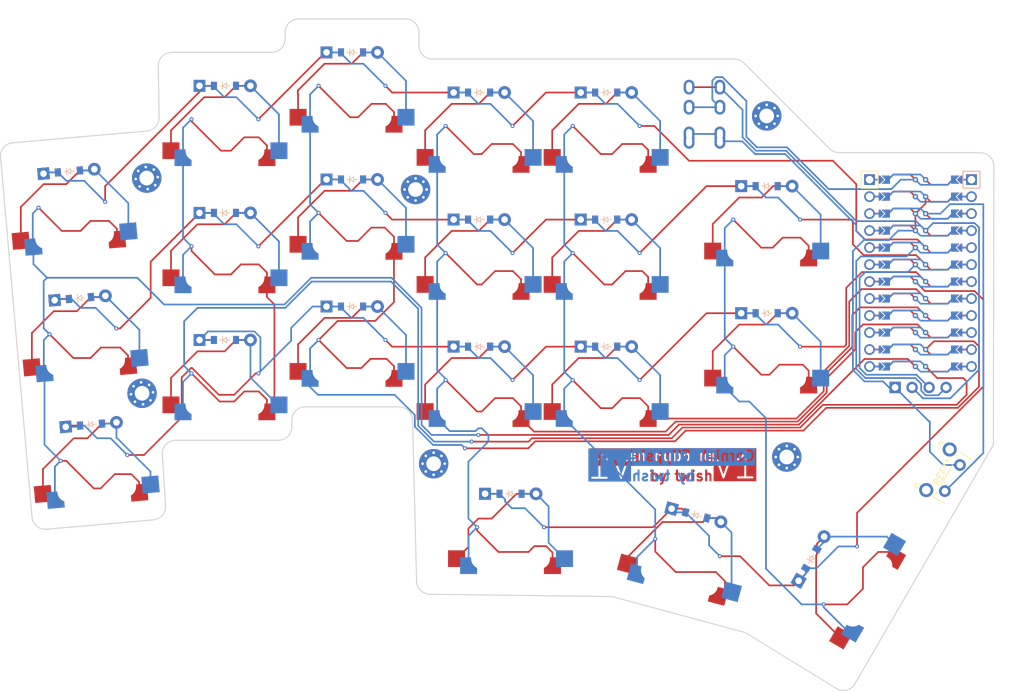
<source format=kicad_pcb>
(kicad_pcb (version 20240108) (generator "pcbnew") (generator_version "8.0")
  (title_block (title "cornish") (rev "v1.0.0") (company "Unknown"))
  (layers (0 "F.Cu" signal) (31 "B.Cu" signal) (34 "B.Paste" user) (35 "F.Paste" user) (36 "B.SilkS" user "B.Silkscreen") (37 "F.SilkS" user "F.Silkscreen") (38 "B.Mask" user) (39 "F.Mask" user) (44 "Edge.Cuts" user))
  (net 0 "")
  (net 1 "P9")
  (net 2 "pinky_bottom")
  (net 3 "pinky_home")
  (net 4 "pinky_top")
  (net 5 "P10")
  (net 6 "ring_bottom")
  (net 7 "ring_home")
  (net 8 "ring_top")
  (net 9 "P16")
  (net 10 "middle_bottom")
  (net 11 "middle_home")
  (net 12 "middle_top")
  (net 13 "P14")
  (net 14 "index_bottom")
  (net 15 "index_home")
  (net 16 "index_top")
  (net 17 "P15")
  (net 18 "index2_bottom")
  (net 19 "index2_home")
  (net 20 "index2_top")
  (net 21 "mod_cluster")
  (net 22 "layer_cluster")
  (net 23 "P18")
  (net 24 "space_cluster")
  (net 25 "media_one")
  (net 26 "media_two")
  (net 27 "P19")
  (net 28 "P20")
  (net 29 "P21")
  (net 30 "P4")
  (net 31 "RAW")
  (net 32 "GND")
  (net 33 "RST")
  (net 34 "VCC")
  (net 35 "P1")
  (net 36 "P0")
  (net 37 "P2")
  (net 38 "P3")
  (net 39 "P5")
  (net 40 "P6")
  (net 41 "P7")
  (net 42 "P8")
  (footprint "MountingHole_2.2mm_M2_Pad_Via" (layer "F.Cu") (at 244.606795 104.801108)
    (property "Reference" "_46" (hide yes))
    (property "Value" "")
  )
  (footprint "ComboDiode" (layer "F.Cu") (at 244.606796 134.301108)
    (property "Reference" "D19" (hide yes))
    (property "Value" "" (hide yes))
  )
  (footprint "VIA-0.6mm" (layer "F.Cu") (at 258.118678 169.174442 60)
    (property "Reference" "REF**" (hide yes))
    (property "Value" "VIA-0.6mm" (hide yes))
  )
  (footprint "ComboDiode" (layer "F.Cu") (at 201.606795 139.301109)
    (property "Reference" "D10" (hide yes))
    (property "Value" "" (hide yes))
  )
  (footprint "ComboDiode" (layer "F.Cu") (at 143.587563 150.956862 5)
    (property "Reference" "D1" (hide yes))
    (property "Value" "" (hide yes))
  )
  (footprint "MountingHole_2.2mm_M2_Pad_Via" (layer "F.Cu") (at 151.208498 146.274838 5)
    (property "Reference" "_43" (hide yes))
    (property "Value" "")
  )
  (footprint "ComboDiode" (layer "F.Cu") (at 201.606795 120.301109)
    (property "Reference" "D11" (hide yes))
    (property "Value" "" (hide yes))
  )
  (footprint "VIA-0.6mm" (layer "F.Cu") (at 206.606795 106.301108)
    (property "Reference" "REF**" (hide yes))
    (property "Value" "VIA-0.6mm" (hide yes))
  )
  (footprint "VIA-0.6mm" (layer "F.Cu") (at 177.606796 119.301109)
    (property "Reference" "REF**" (hide yes))
    (property "Value" "VIA-0.6mm" (hide yes))
  )
  (footprint "VIA-0.6mm" (layer "F.Cu") (at 187.606795 138.301108)
    (property "Reference" "REF**" (hide yes))
    (property "Value" "VIA-0.6mm" (hide yes))
  )
  (footprint "VIA-0.6mm" (layer "F.Cu") (at 196.606795 144.301108)
    (property "Reference" "REF**" (hide yes))
    (property "Value" "VIA-0.6mm" (hide yes))
  )
  (footprint "MountingHole_2.2mm_M2_Pad_Via" (layer "F.Cu") (at 194.806795 156.801109)
    (property "Reference" "_45" (hide yes))
    (property "Value" "")
  )
  (footprint "VIA-0.6mm" (layer "F.Cu") (at 147.348357 136.574357 5)
    (property "Reference" "REF**" (hide yes))
    (property "Value" "VIA-0.6mm" (hide yes))
  )
  (footprint "VIA-0.6mm" (layer "F.Cu") (at 177.606796 100.301109)
    (property "Reference" "REF**" (hide yes))
    (property "Value" "VIA-0.6mm" (hide yes))
  )
  (footprint "Gateron-Low-Profile-ks-33" (layer "F.Cu") (at 201.606795 144.301109)
    (property "Reference" "S10" (hide yes))
    (property "Value" "ks33" (hide yes))
  )
  (footprint "VIA-0.6mm" (layer "F.Cu") (at 206.606795 125.301108)
    (property "Reference" "REF**" (hide yes))
    (property "Value" "VIA-0.6mm" (hide yes))
  )
  (footprint "MountingHole_2.2mm_M2_Pad_Via" (layer "F.Cu") (at 247.606795 155.801108)
    (property "Reference" "_47" (hide yes))
    (property "Value" "")
  )
  (footprint "Gateron-Low-Profile-ks-33" (layer "F.Cu") (at 163.606796 143.301108)
    (property "Reference" "S4" (hide yes))
    (property "Value" "ks33" (hide yes))
  )
  (footprint "TRRS-PJ-320A-dual" (layer "F.Cu") (at 237.606795 97.301108)
    (property "Reference" "TRRS1")
    (property "Value" "TRRS-PJ-320A-dual")
  )
  (footprint "ComboDiode" (layer "F.Cu") (at 251.288551 171.004569 60)
    (property "Reference" "D18" (hide yes))
    (property "Value" "" (hide yes))
  )
  (footprint "VIA-0.6mm" (layer "F.Cu") (at 168.606795 105.301108)
    (property "Reference" "REF**" (hide yes))
    (property "Value" "VIA-0.6mm" (hide yes))
  )
  (footprint "VIA-0.6mm" (layer "F.Cu") (at 253.118678 177.834696 60)
    (property "Reference" "REF**" (hide yes))
    (property "Value" "VIA-0.6mm" (hide yes))
  )
  (footprint "VIA-0.6mm" (layer "F.Cu") (at 200.5 153.5)
    (property "Reference" "REF**" (hide yes))
    (property "Value" "VIA-0.6mm" (hide yes))
  )
  (footprint "VIA-0.6mm" (layer "F.Cu") (at 225.606795 144.301108)
    (property "Reference" "REF**" (hide yes))
    (property "Value" "VIA-0.6mm" (hide yes))
  )
  (footprint "Gateron-Low-Profile-ks-33" (layer "F.Cu") (at 201.606795 125.301109)
    (property "Reference" "S11" (hide yes))
    (property "Value" "ks33" (hide yes))
  )
  (footprint "ComboDiode" (layer "F.Cu") (at 220.606795 139.301109)
    (property "Reference" "D13" (hide yes))
    (property "Value" "" (hide yes))
  )
  (footprint "VIA-0.6mm" (layer "F.Cu") (at 211.306795 166.301108)
    (property "Reference" "REF**" (hide yes))
    (property "Value" "VIA-0.6mm" (hide yes))
  )
  (footprint "Gateron-Low-Profile-ks-33" (layer "F.Cu") (at 140.711424 118.082437 5)
    (property "Reference" "S3" (hide yes))
    (property "Value" "ks33" (hide yes))
  )
  (footprint "VIA-0.6mm" (layer "F.Cu") (at 227.945754 168.043491 -15)
    (property "Reference" "REF**" (hide yes))
    (property "Value" "VIA-0.6mm" (hide yes))
  )
  (footprint "VIA-0.6mm" (layer "F.Cu") (at 158.606796 105.301108)
    (property "Reference" "REF**" (hide yes))
    (property "Value" "VIA-0.6mm" (hide yes))
  )
  (footprint "Gateron-Low-Profile-ks-33" (layer "F.Cu") (at 201.606795 106.301109)
    (property "Reference" "S12" (hide yes))
    (property "Value" "ks33" (hide yes))
  )
  (footprint "VIA-0.6mm" (layer "F.Cu") (at 215.606795 125.301108)
    (property "Reference" "REF**" (hide yes))
    (property "Value" "VIA-0.6mm" (hide yes))
  )
  (footprint "ComboDiode" (layer "F.Cu") (at 244.606796 115.301108)
    (property "Reference" "D20" (hide yes))
    (property "Value" "" (hide yes))
  )
  (footprint "Gateron-Low-Profile-ks-33" (layer "F.Cu") (at 220.606795 144.301109)
    (property "Reference" "S13" (hide yes))
    (property "Value" "ks33" (hide yes))
  )
  (footprint "ComboDiode" (layer "F.Cu") (at 220.606795 101.301109)
    (property "Reference" "D15" (hide yes))
    (property "Value" "" (hide yes))
  )
  (footprint "VIA-0.6mm" (layer "F.Cu") (at 149.004316 155.502057 5)
    (property "Reference" "REF**" (hide yes))
    (property "Value" "VIA-0.6mm" (hide yes))
  )
  (footprint "Gateron-Low-Profile-ks-33" (layer "F.Cu") (at 244.606795 139.301109)
    (property "Reference" "S19" (hide yes))
    (property "Value" "ks33" (hide yes))
  )
  (footprint "VIA-0.6mm" (layer "F.Cu") (at 239.606795 139.301109)
    (property "Reference" "REF**" (hide yes))
    (property "Value" "VIA-0.6mm" (hide yes))
  )
  (footprint "VIA-0.6mm" (layer "F.Cu") (at 177.606796 138.301109)
    (property "Reference" "REF**" (hide yes))
    (property "Value" "VIA-0.6mm" (hide yes))
  )
  (footprint "VIA-0.6mm" (layer "F.Cu") (at 201.306795 166.301108)
    (property "Reference" "REF**" (hide yes))
    (property "Value" "VIA-0.6mm" (hide yes))
  )
  (footprint "VIA-0.6mm" (layer "F.Cu") (at 225.606795 106.301108)
    (property "Reference" "REF**" (hide yes))
    (property "Value" "VIA-0.6mm" (hide yes))
  )
  (footprint "VIA-0.6mm" (layer "F.Cu") (at 145.692397 117.646658 5)
    (property "Reference" "REF**" (hide yes))
    (property "Value" "VIA-0.6mm" (hide yes))
  )
  (footprint "VIA-0.6mm" (layer "F.Cu") (at 158.606796 124.301109)
    (property "Reference" "REF**" (hide yes))
    (property "Value" "VIA-0.6mm" (hide yes))
  )
  (footprint "VIA-0.6mm" (layer "F.Cu") (at 215.606795 106.301108)
    (property "Reference" "REF**" (hide yes))
    (property "Value" "VIA-0.6mm" (hide yes))
  )
  (footprint "VIA-0.6mm" (layer "F.Cu") (at 135.73045 118.518216 5)
    (property "Reference" "REF**" (hide yes))
    (property "Value" "VIA-0.6mm" (hide yes))
  )
  (footprint "VIA-0.6mm" (layer "F.Cu") (at 158.606795 143.301108)
    (property "Reference" "REF**" (hide yes))
    (property "Value" "VIA-0.6mm" (hide yes))
  )
  (footprint "ComboDiode" (layer "F.Cu") (at 182.606795 133.301108)
    (property "Reference" "D7" (hide yes))
    (property "Value" "" (hide yes))
  )
  (footprint "VIA-0.6mm" (layer "F.Cu") (at 249.606795 120.301108)
    (property "Reference" "REF**" (hide yes))
    (property "Value" "VIA-0.6mm" (hide yes))
  )
  (footprint "ComboDiode" (layer "F.Cu") (at 201.606795 101.301109)
    (property "Reference" "D12" (hide yes))
    (property "Value" "" (hide yes))
  )
  (footprint "ProMicro" (layer "F.Cu") (at 267.606795 128.301108 -90)
    (property "Reference" "_41" (hide yes))
    (property "Value" "")
  )
  (footprint "VIA-0.6mm" (layer "F.Cu") (at 196.606795 106.301108)
    (property "Reference" "REF**" (hide yes))
    (property "Value" "VIA-0.6mm" (hide yes))
  )
  (footprint "VIA-0.6mm" (layer "F.Cu") (at 206.606795 144.301108)
    (property "Reference" "REF**" (hide yes))
    (property "Value" "VIA-0.6mm" (hide yes))
  )
  (footprint "Gateron-Low-Profile-ks-33" (layer "F.Cu") (at 142.367383 137.010137 5)
    (property "Reference" "S2" (hide yes))
    (property "Value" "ks33" (hide yes))
  )
  (footprint "Button_Switch_THT:SW_Tactile_SPST_Angled_PTS645Vx39-2LFS" (layer "F.Cu") (at 273.5 157 -120)
    (property "Reference" "REF**")
    (property "Value" "SW_Tactile_SPST_Angled_PTS645Vx39-2LFS")
  )
  (footprint "VIA-0.6mm" (layer "F.Cu") (at 137.386409 137.445915 5)
    (property "Reference" "REF**" (hide yes))
    (property "Value" "VIA-0.6mm" (hide yes))
  )
  (footprint "Gateron-Low-Profile-ks-33" (layer "F.Cu") (at 232.775383 169.337586 -15)
    (property "Reference" "S17" (hide yes))
    (property "Value" "ks33" (hide yes))
  )
  (footprint "ComboDiode" (layer "F.Cu") (at 220.606795 120.301109)
    (property "Reference" "D14" (hide yes))
    (property "Value" "" (hide yes))
  )
  (footprint "VIA-0.6mm" (layer "F.Cu") (at 249.606795 139.301108)
    (property "Reference" "REF**" (hide yes))
    (property "Value" "VIA-0.6mm" (hide yes))
  )
  (footprint "Gateron-Low-Profile-ks-33" (layer "F.Cu") (at 206.306795 166.301109)
    (property "Reference" "S16" (hide yes))
    (property "Value" "ks33" (hide yes))
  )
  (footprint "ComboDiode" (layer "F.Cu") (at 163.606796 100.301108)
    (property "Reference" "D6" (hide yes))
    (property "Value" "" (hide yes))
  )
  (footprint "Gateron-Low-Profile-ks-33" (layer "F.Cu") (at 182.606796 138.301108)
    (property "Reference" "S7" (hide yes))
    (property "Value" "ks33" (hide yes))
  )
  (footprint "MountingHole_2.2mm_M2_Pad_Via" (layer "F.Cu") (at 151.906196 114.091561 5)
    (property "Reference" "_42" (hide yes))
    (property "Value" "")
  )
  (footprint "VIA-0.6mm" (layer "F.Cu") (at 199.5 154.5)
    (property "Reference" "REF**" (hide yes))
    (property "Value" "VIA-0.6mm" (hide yes))
  )
  (footprint "VIA-0.6mm" (layer "F.Cu") (at 139.042369 156.373615 5)
    (property "Reference" "REF**" (hide yes))
    (property "Value" "VIA-0.6mm" (hide yes))
  )
  (footprint "Gateron-Low-Profile-ks-33" (layer "F.Cu") (at 244.606795 120.301109)
    (property "Reference" "S20" (hide yes))
    (property "Value" "ks33" (hide yes))
  )
  (footprint "ComboDiode" (layer "F.Cu") (at 206.306795 161.301109)
    (property "Reference" "D16" (hide yes))
    (property "Value" "" (hide yes))
  )
  (footprint "VIA-0.6mm" (layer "F.Cu") (at 187.606796 119.301108)
    (property "Reference" "REF**" (hide yes))
    (property "Value" "VIA-0.6mm" (hide yes))
  )
  (footprint "ComboDiode" (layer "F.Cu") (at 234.069478 164.507958 -15)
    (property "Reference" "D17" (hide yes))
    (property "Value" "" (hide yes))
  )
  (footprint "ComboDiode" (layer "F.Cu") (at 141.931604 132.029163 5)
    (property "Reference" "D2" (hide yes))
    (property "Value" "" (hide yes))
  )
  (footprint "ComboDiode" (layer "F.Cu") (at 182.606795 95.301108)
    (property "Reference" "D9" (hide yes))
    (property "Value" "" (hide yes))
  )
  (footprint "VIA-0.6mm" (layer "F.Cu") (at 225.606795 125.301108)
    (property "Reference" "REF**" (hide yes))
    (property "Value" "VIA-0.6mm" (hide yes))
  )
  (footprint "ComboDiode" (layer "F.Cu") (at 140.275646 113.101464 5)
    (property "Reference" "D3" (hide yes))
    (property "Value" "" (hide yes))
  )
  (footprint "Gateron-Low-Profile-ks-33" (layer "F.Cu") (at 255.618679 173.504568 60)
    (property "Reference" "S18" (hide yes))
    (property "Value" "ks33" (hide yes))
  )
  (footprint "ComboDiode" (layer "F.Cu") (at 182.606795 114.301108)
    (property "Reference" "D8" (hide yes))
    (property "Value" "" (hide yes))
  )
  (footprint "VIA-0.6mm" (layer "F.Cu") (at 237.605012 170.631682 -15)
    (property "Reference" "REF**" (hide yes))
    (property "Value" "VIA-0.6mm" (hide yes))
  )
  (footprint "VIA-0.6mm" (layer "F.Cu") (at 168.606795 124.301108)
    (property "Reference" "REF**" (hide yes))
    (property "Value" "VIA-0.6mm" (hide yes))
  )
  (footprint "VIA-0.6mm" (layer "F.Cu") (at 239.606795 120.301108)
    (property "Reference" "REF**" (hide yes))
    (property "Value" "VIA-0.6mm" (hide yes))
  )
  (footprint "ComboDiode" (layer "F.Cu") (at 163.606796 138.301108)
    (property "Reference" "D4" (hide yes))
    (property "Value" "" (hide yes))
  )
  (footprint "ComboDiode" (layer "F.Cu") (at 163.606796 119.301108)
    (property "Reference" "D5" (hide yes))
    (property "Value" "" (hide yes))
  )
  (footprint "VIA-0.6mm" (layer "F.Cu") (at 215.606795 144.301108)
    (property "Reference" "REF**" (hide yes))
    (property "Value" "VIA-0.6mm" (hide yes))
  )
  (footprint "VIA-0.6mm" (layer "F.Cu") (at 196.606795 125.301108)
    (property "Reference" "REF**" (hide yes))
    (property "Value" "VIA-0.6mm" (hide yes))
  )
  (footprint "Gateron-Low-Profile-ks-33" (layer "F.Cu") (at 220.606795 106.301109)
    (property "Reference" "S15" (hide yes))
    (property "Value" "ks33" (hide yes))
  )
  (footprint "MountingHole_2.2mm_M2_Pad_Via" (layer "F.Cu") (at 192.106796 115.801108)
    (property "Reference" "_44" (hide yes))
    (property "Value" "")
  )
  (footprint "Gateron-Low-Profile-ks-33" (layer "F.Cu") (at 182.606796 119.301108)
    (property "Reference" "S8" (hide yes))
    (property "Value" "ks33" (hide yes))
  )
  (footprint "VIA-0.6mm" (layer "F.Cu") (at 187.606796 100.301108)
    (property "Reference" "REF**" (hide yes))
    (property "Value" "VIA-0.6mm" (hide yes))
  )
  (footprint "lib:OLED_headers" (layer "F.Cu") (at 273.606795 143.801108 -90)
    (property "Reference" "OLED1" (hide yes))
    (property "Value" "OLED")
  )
  (footprint "Gateron-Low-Profile-ks-33" (layer "F.Cu") (at 163.606795 105.301109)
    (property "Reference" "S6" (hide yes))
    (property "Value" "ks33" (hide yes))
  )
  (footprint "Gateron-Low-Profile-ks-33" (layer "F.Cu") (at 144.023342 155.937835 5)
    (property "Reference" "S1" (hide yes))
    (property "Value" "ks33" (hide yes))
  )
  (footprint "Gateron-Low-Profile-ks-33" (layer "F.Cu") (at 163.606796 124.301108)
    (property "Reference" "S5" (hide yes))
    (property "Value" "ks33" (hide yes))
  )
  (footprint "VIA-0.6mm" (layer "F.Cu") (at 201.5 152.5)
    (property "Reference" "REF**" (hide yes))
    (property "Value" "VIA-0.6mm" (hide yes))
  )
  (footprint "Gateron-Low-Profile-ks-33" (layer "F.Cu") (at 182.606796 100.301108)
    (property "Reference" "S9" (hide yes))
    (property "Value" "ks33" (hide yes))
  )
  (footprint "Gateron-Low-Profile-ks-33" (layer "F.Cu") (at 220.606795 125.301109)
    (property "Reference" "S14" (hide yes))
    (property "Value" "ks33" (hide yes))
  )
  (footprint "VIA-0.6mm" (layer "F.Cu") (at 168.606795 143.301108)
    (property "Reference" "REF**" (hide yes))
    (property "Value" "VIA-0.6mm" (hide yes))
  )
  (gr_line (start 172.606796 93.301108) (end 172.606795 92.301108) (stroke (width 0.15)) (layer "Edge.Cuts"))
  (gr_arc (start 194.232926 176.325285) (mid 192.852616 175.748439) (end 192.258654 174.375428) (stroke (width 0.15)) (layer "Edge.Cuts"))
  (gr_arc (start 190.606795 90.301108) (mid 192.021051 90.886873) (end 192.606795 92.301108) (stroke (width 0.15)) (layer "Edge.Cuts"))
  (gr_arc (start 194.606796 96.301108) (mid 193.192589 95.715326) (end 192.606795 94.301109) (stroke (width 0.15)) (layer "Edge.Cuts"))
  (gr_line (start 171.606795 153.301109) (end 156.2388 153.301108) (stroke (width 0.15)) (layer "Edge.Cuts"))
  (gr_line (start 278.5 154) (end 257.807096 189.714118) (stroke (width 0.15)) (layer "Edge.Cuts"))
  (gr_line (start 134.758641 164.778951) (end 130.052231 110.984437) (stroke (width 0.15)) (layer "Edge.Cuts"))
  (gr_arc (start 130.05223 110.984437) (mid 130.512546 109.524581) (end 131.870309 108.817736) (stroke (width 0.15)) (layer "Edge.Cuts"))
  (gr_line (start 154.242878 155.428765) (end 154.732142 163.07846) (stroke (width 0.15)) (layer "Edge.Cuts"))
  (gr_arc (start 154.242877 155.428765) (mid 154.78015 153.932776) (end 156.2388 153.301108) (stroke (width 0.15)) (layer "Edge.Cuts"))
  (gr_arc (start 173.606795 150.301109) (mid 174.192564 148.886861) (end 175.606796 148.301108) (stroke (width 0.15)) (layer "Edge.Cuts"))
  (gr_line (start 152.910532 165.198505) (end 136.925342 166.597028) (stroke (width 0.15)) (layer "Edge.Cuts"))
  (gr_arc (start 189.6562 148.301108) (mid 191.052606 148.869334) (end 191.655312 150.241739) (stroke (width 0.15)) (layer "Edge.Cuts"))
  (gr_line (start 192.606795 92.301108) (end 192.606795 94.301109) (stroke (width 0.15)) (layer "Edge.Cuts"))
  (gr_arc (start 172.606796 93.301108) (mid 172.021002 94.715305) (end 170.606795 95.301109) (stroke (width 0.15)) (layer "Edge.Cuts"))
  (gr_arc (start 221.24097 176.664299) (mid 221.491664 176.683249) (end 221.738 176.7335) (stroke (width 0.15)) (layer "Edge.Cuts"))
  (gr_arc (start 154.732142 163.07846) (mid 154.253157 164.509512) (end 152.910532 165.198505) (stroke (width 0.15)) (layer "Edge.Cuts"))
  (gr_line (start 241.192582 96.886895) (end 254.021009 109.715322) (stroke (width 0.15)) (layer "Edge.Cuts"))
  (gr_line (start 192.258654 174.375428) (end 191.655312 150.241739) (stroke (width 0.15)) (layer "Edge.Cuts"))
  (gr_line (start 189.6562 148.301108) (end 175.606796 148.301108) (stroke (width 0.15)) (layer "Edge.Cuts"))
  (gr_arc (start 239.778369 96.301109) (mid 240.543729 96.453359) (end 241.192582 96.886895) (stroke (width 0.15)) (layer "Edge.Cuts"))
  (gr_line (start 131.870309 108.817736) (end 151.932295 107.06254) (stroke (width 0.15)) (layer "Edge.Cuts"))
  (gr_line (start 153.757743 105.039153) (end 153.638277 97.332106) (stroke (width 0.15)) (layer "Edge.Cuts"))
  (gr_line (start 241.16127 181.986427) (end 221.738 176.7335) (stroke (width 0.15)) (layer "Edge.Cuts"))
  (gr_arc (start 241.161271 181.986428) (mid 241.432225 182.081036) (end 241.686846 182.213454) (stroke (width 0.15)) (layer "Edge.Cuts"))
  (gr_arc (start 255.435223 110.301108) (mid 254.669866 110.148852) (end 254.021009 109.715322) (stroke (width 0.15)) (layer "Edge.Cuts"))
  (gr_arc (start 153.757743 105.039153) (mid 153.242964 106.409872) (end 151.932295 107.06254) (stroke (width 0.15)) (layer "Edge.Cuts"))
  (gr_arc (start 173.606796 151.301108) (mid 173.021021 152.715347) (end 171.606795 153.301109) (stroke (width 0.15)) (layer "Edge.Cuts"))
  (gr_arc (start 172.606794 92.301109) (mid 173.192594 90.886921) (end 174.606795 90.301108) (stroke (width 0.15)) (layer "Edge.Cuts"))
  (gr_arc (start 153.638277 97.332107) (mid 154.212915 95.897912) (end 155.638037 95.301108) (stroke (width 0.15)) (layer "Edge.Cuts"))
  (gr_line (start 173.606796 150.301108) (end 173.606795 151.301109) (stroke (width 0.15)) (layer "Edge.Cuts"))
  (gr_arc (start 257.807096 189.714119) (mid 256.565805 190.653001) (end 255.027336 190.417734) (stroke (width 0.15)) (layer "Edge.Cuts"))
  (gr_arc (start 136.925343 166.597029) (mid 135.46548 166.136712) (end 134.758641 164.778951) (stroke (width 0.15)) (layer "Edge.Cuts"))
  (gr_line (start 278.569172 112.338042) (end 278.5 154) (stroke (width 0.15)) (layer "Edge.Cuts"))
  (gr_arc (start 276.569512 110.301108) (mid 277.996718 110.90001) (end 278.569172 112.338042) (stroke (width 0.15)) (layer "Edge.Cuts"))
  (gr_line (start 255.435223 110.301108) (end 276.569513 110.301108) (stroke (width 0.15)) (layer "Edge.Cuts"))
  (gr_line (start 194.606795 96.301108) (end 239.778369 96.301109) (stroke (width 0.15)) (layer "Edge.Cuts"))
  (gr_line (start 255.027336 190.417734) (end 241.686846 182.213454) (stroke (width 0.15)) (layer "Edge.Cuts"))
  (gr_line (start 174.606795 90.301108) (end 190.606796 90.301108) (stroke (width 0.15)) (layer "Edge.Cuts"))
  (gr_line (start 155.638037 95.301108) (end 170.606795 95.301109) (stroke (width 0.15)) (layer "Edge.Cuts"))
  (gr_line (start 221.24097 176.664299) (end 194.232926 176.325286) (stroke (width 0.15)) (layer "Edge.Cuts"))
  (gr_text "v1" (at 236.5 159.330166 0) (layer "F.Cu" knockout) (effects (font (size 3.8 3.8) (thickness 0.3) (bold yes)) (justify left bottom)))
  (gr_text "by twish" (at 227 159.5 0) (layer "F.Cu") (effects (font (size 1.5 1.5) (thickness 0.3) (bold yes)) (justify left bottom)))
  (gr_text "Cornish Flippsie" (at 218 156.5 0) (layer "F.Cu" knockout) (effects (font (size 1.5 1.5) (thickness 0.3) (bold yes)) (justify left bottom)))
  (gr_text "v1" (at 224.5 159.387701 0) (layer "B.Cu" knockout) (effects (font (size 3.8 3.8) (thickness 0.3) (bold yes)) (justify left bottom mirror)))
  (gr_text "Cornish Flippsie" (at 243 156.5 0) (layer "B.Cu" knockout) (effects (font (size 1.5 1.5) (thickness 0.3) (bold yes)) (justify left bottom mirror)))
  (gr_text "by twish" (at 234 159.5 0) (layer "B.Cu") (effects (font (size 1.5 1.5) (thickness 0.3) (bold yes)) (justify left bottom mirror)))
  (segment (start 229.951109 152.5) (end 231.5 150.951109) (width 0.25) (layer "F.Cu") (net 1))
  (segment (start 145 160.5) (end 144 160.5) (width 0.25) (layer "F.Cu") (net 1))
  (segment (start 144 160.5) (end 139.873615 156.373615) (width 0.25) (layer "F.Cu") (net 1))
  (segment (start 145.066233 139.433767) (end 143.5 141) (width 0.25) (layer "F.Cu") (net 1))
  (segment (start 149.114669 142.19179) (end 149.114669 140.611514) (width 0.25) (layer "F.Cu") (net 1))
  (segment (start 265.719795 141.146108) (end 266.844795 142.271108) (width 0.25) (layer "F.Cu") (net 1))
  (segment (start 150.770628 159.539212) (end 149.592881 158.361465) (width 0.25) (layer "F.Cu") (net 1))
  (segment (start 147.936922 139.433767) (end 145.066233 139.433767) (width 0.25) (layer "F.Cu") (net 1))
  (segment (start 139.873615 156.373615) (end 139.042369 156.373615) (width 0.25) (layer "F.Cu") (net 1))
  (segment (start 201.5 152.5) (end 229.951109 152.5) (width 0.25) (layer "F.Cu") (net 1))
  (segment (start 149.592881 158.361465) (end 147.138535 158.361465) (width 0.25) (layer "F.Cu") (net 1))
  (segment (start 142 122) (end 139.212234 122) (width 0.25) (layer "F.Cu") (net 1))
  (segment (start 140.940494 141) (end 137.386409 137.445915) (width 0.25) (layer "F.Cu") (net 1))
  (segment (start 139.212234 122) (end 135.73045 118.518216) (width 0.25) (layer "F.Cu") (net 1))
  (segment (start 143.493933 120.506067) (end 142 122) (width 0.25) (layer "F.Cu") (net 1))
  (segment (start 143.5 141) (end 140.940494 141) (width 0.25) (layer "F.Cu") (net 1))
  (segment (start 147.138535 158.361465) (end 145 160.5) (width 0.25) (layer "F.Cu") (net 1))
  (segment (start 147.45871 121.683814) (end 146.280963 120.506067) (width 0.25) (layer "F.Cu") (net 1))
  (segment (start 146.280963 120.506067) (end 143.493933 120.506067) (width 0.25) (layer "F.Cu") (net 1))
  (segment (start 259.229588 141.146108) (end 265.719795 141.146108) (width 0.25) (layer "F.Cu") (net 1))
  (segment (start 150.770628 161.119488) (end 150.770628 159.539212) (width 0.25) (layer "F.Cu") (net 1))
  (segment (start 249.424587 150.951109) (end 259.229588 141.146108) (width 0.25) (layer "F.Cu") (net 1))
  (segment (start 147.45871 123.26409) (end 147.45871 121.683814) (width 0.25) (layer "F.Cu") (net 1))
  (segment (start 231.5 150.951109) (end 249.424587 150.951109) (width 0.25) (layer "F.Cu") (net 1))
  (segment (start 149.114669 140.611514) (end 147.936922 139.433767) (width 0.25) (layer "F.Cu") (net 1))
  (segment (start 136.518759 143.181095) (end 136.518759 138.313565) (width 0.25) (layer "B.Cu") (net 1))
  (segment (start 137.386409 137.445915) (end 136.5 136.559506) (width 0.25) (layer "B.Cu") (net 1))
  (segment (start 136.5 129.5) (end 137 129) (width 0.25) (layer "B.Cu") (net 1))
  (segment (start 137 129) (end 134.966428 126.966428) (width 0.25) (layer "B.Cu") (net 1))
  (segment (start 136.518759 138.313565) (end 137.386409 137.445915) (width 0.25) (layer "B.Cu") (net 1))
  (segment (start 193 151) (end 194.5 152.5) (width 0.25) (layer "B.Cu") (net 1))
  (segment (start 139.042369 156.373615) (end 138.174718 157.241266) (width 0.25) (layer "B.Cu") (net 1))
  (segment (start 194.5 152.5) (end 201.5 152.5) (width 0.25) (layer "B.Cu") (net 1))
  (segment (start 176.5 129) (end 188.5 129) (width 0.25) (layer "B.Cu") (net 1))
  (segment (start 172.5 133) (end 176.5 129) (width 0.25) (layer "B.Cu") (net 1))
  (segment (start 136.622387 153.953633) (end 136.622387 143.284723) (width 0.25) (layer "B.Cu") (net 1))
  (segment (start 138.174718 157.241266) (end 138.174718 162.108793) (width 0.25) (layer "B.Cu") (net 1))
  (segment (start 134.966428 126.966428) (end 134.966428 124.357023) (width 0.25) (layer "B.Cu") (net 1))
  (segment (start 188.5 129) (end 193 133.5) (width 0.25) (layer "B.Cu") (net 1))
  (segment (start 134.8628 124.253395) (end 134.8628 119.385866) (width 0.25) (layer "B.Cu") (net 1))
  (segment (start 138.174718 162.108793) (end 138.278346 162.212421) (width 0.25) (layer "B.Cu") (net 1))
  (segment (start 136.5 136.559506) (end 136.5 129.5) (width 0.25) (layer "B.Cu") (net 1))
  (segment (start 139.042369 156.373615) (end 136.622387 153.953633) (width 0.25) (layer "B.Cu") (net 1))
  (segment (start 137 129) (end 150.5 129) (width 0.25) (layer "B.Cu") (net 1))
  (segment (start 134.8628 119.385866) (end 135.73045 118.518216) (width 0.25) (layer "B.Cu") (net 1))
  (segment (start 136.622387 143.284723) (end 136.518759 143.181095) (width 0.25) (layer "B.Cu") (net 1))
  (segment (start 150.5 129) (end 154.5 133) (width 0.25) (layer "B.Cu") (net 1))
  (segment (start 154.5 133) (end 172.5 133) (width 0.25) (layer "B.Cu") (net 1))
  (segment (start 193 133.5) (end 193 151) (width 0.25) (layer "B.Cu") (net 1))
  (segment (start 134.966428 124.357023) (end 134.8628 124.253395) (width 0.25) (layer "B.Cu") (net 1))
  (segment (start 143.044339 153) (end 145.231284 150.813055) (width 0.25) (layer "F.Cu") (net 2))
  (segment (start 136.393683 157.606317) (end 141 153) (width 0.25) (layer "F.Cu") (net 2))
  (segment (start 147.194809 150.813055) (end 147.383065 150.624799) (width 0.25) (layer "F.Cu") (net 2))
  (segment (start 145.231284 150.813055) (end 147.194809 150.813055) (width 0.25) (layer "F.Cu") (net 2))
  (segment (start 136.393683 161.323297) (end 136.393683 157.606317) (width 0.25) (layer "F.Cu") (net 2))
  (segment (start 141 153) (end 143.044339 153) (width 0.25) (layer "F.Cu") (net 2))
  (segment (start 147.383065 150.624799) (end 147.383065 152.883065) (width 0.25) (layer "B.Cu") (net 2))
  (segment (start 145.231284 150.813055) (end 147.194809 150.813055) (width 0.25) (layer "B.Cu") (net 2))
  (segment (start 147.383065 152.883065) (end 152.472265 157.972265) (width 0.25) (layer "B.Cu") (net 2))
  (segment (start 147.194809 150.813055) (end 147.383065 150.624799) (width 0.25) (layer "B.Cu") (net 2))
  (segment (start 152.472265 157.972265) (end 152.472265 159.916603) (width 0.25) (layer "B.Cu") (net 2))
  (segment (start 134.737724 142.395599) (end 134.737724 137.262276) (width 0.25) (layer "F.Cu") (net 3))
  (segment (start 145.53885 131.885356) (end 145.727106 131.6971) (width 0.25) (layer "F.Cu") (net 3))
  (segment (start 143.575325 131.885356) (end 145.53885 131.885356) (width 0.25) (layer "F.Cu") (net 3))
  (segment (start 134.737724 137.262276) (end 138 134) (width 0.25) (layer "F.Cu") (net 3))
  (segment (start 138 134) (end 141.460681 134) (width 0.25) (layer "F.Cu") (net 3))
  (segment (start 141.460681 134) (end 143.575325 131.885356) (width 0.25) (layer "F.Cu") (net 3))
  (segment (start 150.816306 136.7863) (end 145.727106 131.6971) (width 0.25) (layer "B.Cu") (net 3))
  (segment (start 143.575325 131.885356) (end 145.53885 131.885356) (width 0.25) (layer "B.Cu") (net 3))
  (segment (start 150.816306 140.988905) (end 150.816306 136.7863) (width 0.25) (layer "B.Cu") (net 3))
  (segment (start 145.53885 131.885356) (end 145.727106 131.6971) (width 0.25) (layer "B.Cu") (net 3))
  (segment (start 133.081765 123.467899) (end 133.081765 118.418235) (width 0.25) (layer "F.Cu") (net 4))
  (segment (start 143.882892 112.957657) (end 144.071148 112.769401) (width 0.25) (layer "F.Cu") (net 4))
  (segment (start 139.877024 115) (end 141.919367 112.957657) (width 0.25) (layer "F.Cu") (net 4))
  (segment (start 133.081765 118.418235) (end 136.5 115) (width 0.25) (layer "F.Cu") (net 4))
  (segment (start 141.919367 112.957657) (end 143.882892 112.957657) (width 0.25) (layer "F.Cu") (net 4))
  (segment (start 136.5 115) (end 139.877024 115) (width 0.25) (layer "F.Cu") (net 4))
  (segment (start 149.160347 122.061205) (end 149.160347 117.8586) (width 0.25) (layer "B.Cu") (net 4))
  (segment (start 141.919367 112.957657) (end 143.882892 112.957657) (width 0.25) (layer "B.Cu") (net 4))
  (segment (start 149.160347 117.8586) (end 144.071148 112.769401) (width 0.25) (layer "B.Cu") (net 4))
  (segment (start 143.882892 112.957657) (end 144.071148 112.769401) (width 0.25) (layer "B.Cu") (net 4))
  (segment (start 166 127) (end 164.5 128.5) (width 0.25) (layer "F.Cu") (net 5))
  (segment (start 274.5 146.5) (end 274.5 144.5) (width 0.25) (layer "F.Cu") (net 5))
  (segment (start 163 110) (end 158.606796 105.606796) (width 0.25) (layer "F.Cu") (net 5))
  (segment (start 169.876796 130.051108) (end 169.881796 130.046108) (width 0.25) (layer "F.Cu") (net 5))
  (segment (start 169.876796 149.051108) (end 169.881796 149.046108) (width 0.25) (layer "F.Cu") (net 5))
  (segment (start 200.5 153.5) (end 209 153.5) (width 0.25) (layer "F.Cu") (net 5))
  (segment (start 168.657338 146) (end 166.5 146) (width 0.25) (layer "F.Cu") (net 5))
  (segment (start 171 147.927904) (end 171 133) (width 0.25) (layer "F.Cu") (net 5))
  (segment (start 249.610983 151.401109) (end 253.012092 148) (width 0.25) (layer "F.Cu") (net 5))
  (segment (start 209.5 153) (end 230.401109 153) (width 0.25) (layer "F.Cu") (net 5))
  (segment (start 169.881796 147.224458) (end 168.657338 146) (width 0.25) (layer "F.Cu") (net 5))
  (segment (start 169.876796 149.051108) (end 171 147.927904) (width 0.25) (layer "F.Cu") (net 5))
  (segment (start 169.881796 130.046108) (end 169.881796 128.224458) (width 0.25) (layer "F.Cu") (net 5))
  (segment (start 162.107338 128.5) (end 158.606796 124.999458) (width 0.25) (layer "F.Cu") (net 5))
  (segment (start 158.606796 105.606796) (end 158.606796 105.301108) (width 0.25) (layer "F.Cu") (net 5))
  (segment (start 253.012092 148) (end 273 148) (width 0.25) (layer "F.Cu") (net 5))
  (segment (start 169.881795 109.224459) (end 168.657336 108) (width 0.25) (layer "F.Cu") (net 5))
  (segment (start 166.5 108) (end 164.5 110) (width 0.25) (layer "F.Cu") (net 5))
  (segment (start 274.5 144.5) (end 274 144) (width 0.25) (layer "F.Cu") (net 5))
  (segment (start 165 147.5) (end 162.805687 147.5) (width 0.25) (layer "F.Cu") (net 5))
  (segment (start 162.805687 147.5) (end 158.606795 143.301108) (width 0.25) (layer "F.Cu") (net 5))
  (segment (start 169.881796 149.046108) (end 169.881796 147.224458) (width 0.25) (layer "F.Cu") (net 5))
  (segment (start 273 148) (end 274.5 146.5) (width 0.25) (layer "F.Cu") (net 5))
  (segment (start 209 153.5) (end 209.5 153) (width 0.25) (layer "F.Cu") (net 5))
  (segment (start 274 144) (end 270.097687 144) (width 0.25) (layer "F.Cu") (net 5))
  (segment (start 166.5 146) (end 165 147.5) (width 0.25) (layer "F.Cu") (net 5))
  (segment (start 270.097687 144) (end 268.368795 142.271108) (width 0.25) (layer "F.Cu") (net 5))
  (segment (start 164.5 110) (end 163 110) (width 0.25) (layer "F.Cu") (net 5))
  (segment (start 168.657336 108) (end 166.5 108) (width 0.25) (layer "F.Cu") (net 5))
  (segment (start 169.881796 128.224458) (end 168.657338 127) (width 0.25) (layer "F.Cu") (net 5))
  (segment (start 169.881795 111.046109) (end 169.881795 109.224459) (width 0.25) (layer "F.Cu") (net 5))
  (segment (start 169.876795 111.051109) (end 169.881795 111.046109) (width 0.25) (layer "F.Cu") (net 5))
  (segment (start 230.401109 153) (end 232 151.401109) (width 0.25) (layer "F.Cu") (net 5))
  (segment (start 164.5 128.5) (end 162.107338 128.5) (width 0.25) (layer "F.Cu") (net 5))
  (segment (start 169.876796 131.876796) (end 169.876796 130.051108) (width 0.25) (layer "F.Cu") (net 5))
  (segment (start 158.606796 124.999458) (end 158.606796 124.301109) (width 0.25) (layer "F.Cu") (net 5))
  (segment (start 232 151.401109) (end 249.610983 151.401109) (width 0.25) (layer "F.Cu") (net 5))
  (segment (start 171 133) (end 169.876796 131.876796) (width 0.25) (layer "F.Cu") (net 5))
  (segment (start 168.657338 127) (end 166 127) (width 0.25) (layer "F.Cu") (net 5))
  (segment (start 158.606796 124.301109) (end 157.336795 123.031108) (width 0.25) (layer "B.Cu") (net 5))
  (segment (start 157.336796 149.051108) (end 157.331796 149.046108) (width 0.25) (layer "B.Cu") (net 5))
  (segment (start 176.568198 129.568198) (end 188.431802 129.568198) (width 0.25) (layer "B.Cu") (net 5))
  (segment (start 157.331796 125.576109) (end 157.331796 130.046108) (width 0.25) (layer "B.Cu") (net 5))
  (segment (start 157.331795 106.576109) (end 158.606796 105.301108) (width 0.25) (layer "B.Cu") (net 5))
  (segment (start 157.331796 130.046108) (end 157.336796 130.051108) (width 0.25) (layer "B.Cu") (net 5))
  (segment (start 159.5 133.5) (end 172.636396 133.5) (width 0.25) (layer "B.Cu") (net 5))
  (segment (start 157.336795 111.051109) (end 157.331795 111.046109) (width 0.25) (layer "B.Cu") (net 5))
  (segment (start 157.5 142.194313) (end 157.5 135.5) (width 0.25) (layer "B.Cu") (net 5))
  (segment (start 172.636396 133.5) (end 176.568198 129.568198) (width 0.25) (layer "B.Cu") (net 5))
  (segment (start 192.5 133.636396) (end 192.5 151.136396) (width 0.25) (layer "B.Cu") (net 5))
  (segment (start 157.331796 144.576107) (end 158.606795 143.301108) (width 0.25) (layer "B.Cu") (net 5))
  (segment (start 194.863604 153.5) (end 200.5 153.5) (width 0.25) (layer "B.Cu") (net 5))
  (segment (start 192.5 151.136396) (end 194.863604 153.5) (width 0.25) (layer "B.Cu") (net 5))
  (segment (start 158.606796 124.301109) (end 157.331796 125.576109) (width 0.25) (layer "B.Cu") (net 5))
  (segment (start 157.331795 111.046109) (end 157.331795 106.576109) (width 0.25) (layer "B.Cu") (net 5))
  (segment (start 158.606795 143.301108) (end 157.5 142.194313) (width 0.25) (layer "B.Cu") (net 5))
  (segment (start 157.5 135.5) (end 159.5 133.5) (width 0.25) (layer "B.Cu") (net 5))
  (segment (start 188.431802 129.568198) (end 192.5 133.636396) (width 0.25) (layer "B.Cu") (net 5))
  (segment (start 157.336795 123.031108) (end 157.336795 111.051109) (width 0.25) (layer "B.Cu") (net 5))
  (segment (start 157.331796 149.046108) (end 157.331796 144.576107) (width 0.25) (layer "B.Cu") (net 5))
  (segment (start 165.256796 138.301108) (end 163.557904 140) (width 0.25) (layer "F.Cu") (net 6))
  (segment (start 155.536796 143.963204) (end 155.536796 148.001108) (width 0.25) (layer "F.Cu") (net 6))
  (segment (start 159.5 140) (end 155.536796 143.963204) (width 0.25) (layer "F.Cu") (net 6))
  (segment (start 163.557904 140) (end 159.5 140) (width 0.25) (layer "F.Cu") (net 6))
  (segment (start 165.256796 138.301108) (end 167.416796 138.301108) (width 0.25) (layer "F.Cu") (net 6))
  (segment (start 167.416796 138.301108) (end 165.256796 138.301108) (width 0.25) (layer "B.Cu") (net 6))
  (segment (start 167.416796 143.916796) (end 167.416796 138.301108) (width 0.25) (layer "B.Cu") (net 6))
  (segment (start 171.676796 148.001108) (end 171.501108 148.001108) (width 0.25) (layer "B.Cu") (net 6))
  (segment (start 171.501108 148.001108) (end 167.416796 143.916796) (width 0.25) (layer "B.Cu") (net 6))
  (segment (start 163.557904 121) (end 159.5 121) (width 0.25) (layer "F.Cu") (net 7))
  (segment (start 159.5 121) (end 155.536796 124.963204) (width 0.25) (layer "F.Cu") (net 7))
  (segment (start 165.256796 119.301108) (end 163.557904 121) (width 0.25) (layer "F.Cu") (net 7))
  (segment (start 155.536796 124.963204) (end 155.536796 129.001108) (width 0.25) (layer "F.Cu") (net 7))
  (segment (start 167.416796 119.301108) (end 165.256796 119.301108) (width 0.25) (layer "F.Cu") (net 7))
  (segment (start 171.676796 123.561108) (end 167.416796 119.301108) (width 0.25) (layer "B.Cu") (net 7))
  (segment (start 165.256796 119.301108) (end 167.416796 119.301108) (width 0.25) (layer "B.Cu") (net 7))
  (segment (start 171.676796 129.001108) (end 171.676796 123.561108) (width 0.25) (layer "B.Cu") (net 7))
  (segment (start 160.5 102) (end 155.536795 106.963205) (width 0.25) (layer "F.Cu") (net 8))
  (segment (start 155.536795 106.963205) (end 155.536795 110.001109) (width 0.25) (layer "F.Cu") (net 8))
  (segment (start 163.557904 102) (end 160.5 102) (width 0.25) (layer "F.Cu") (net 8))
  (segment (start 167.416796 100.301108) (end 165.256796 100.301108) (width 0.25) (layer "F.Cu") (net 8))
  (segment (start 165.256796 100.301108) (end 163.557904 102) (width 0.25) (layer "F.Cu") (net 8))
  (segment (start 171.676795 104.561107) (end 167.416796 100.301108) (width 0.25) (layer "B.Cu") (net 8))
  (segment (start 165.256796 100.301108) (end 167.416796 100.301108) (width 0.25) (layer "B.Cu") (net 8))
  (segment (start 171.676795 110.001109) (end 171.676795 104.561107) (width 0.25) (layer "B.Cu") (net 8))
  (segment (start 187.783446 141.126108) (end 185.373892 141.126108) (width 0.25) (layer "F.Cu") (net 9))
  (segment (start 180.450697 135.457208) (end 177.606796 138.301109) (width 0.25) (layer "F.Cu") (net 9))
  (segment (start 253.5 148.45) (end 273.186396 148.45) (width 0.25) (layer "F.Cu") (net 9))
  (segment (start 186.067353 135.457208) (end 180.450697 135.457208) (width 0.25) (layer "F.Cu") (net 9))
  (segment (start 182.305687 105) (end 177.606796 100.301109) (width 0.25) (layer "F.Cu") (net 9))
  (segment (start 276.351795 145.284601) (end 276.351795 139.265117) (width 0.25) (layer "F.Cu") (net 9))
  (segment (start 188.876796 144.051108) (end 188.881796 144.046108) (width 0.25) (layer "F.Cu") (net 9))
  (segment (start 188.881796 125.046108) (end 188.881796 122.881796) (width 0.25) (layer "F.Cu") (net 9))
  (segment (start 188.881796 104.224458) (end 187.657338 103) (width 0.25) (layer "F.Cu") (net 9))
  (segment (start 199.5 154.5) (end 208.95 154.5) (width 0.25) (layer "F.Cu") (net 9))
  (segment (start 185.5 121.5) (end 183.5 123.5) (width 0.25) (layer "F.Cu") (net 9))
  (segment (start 208.95 154.5) (end 210 153.45) (width 0.25) (layer "F.Cu") (net 9))
  (segment (start 184 142.5) (end 181.805687 142.5) (width 0.25) (layer "F.Cu") (net 9))
  (segment (start 273.186396 148.45) (end 276.351795 145.284601) (width 0.25) (layer "F.Cu") (net 9))
  (segment (start 187.657338 103) (end 185.5 103) (width 0.25) (layer "F.Cu") (net 9))
  (segment (start 188.876796 125.051108) (end 188.876796 132.647765) (width 0.25) (layer "F.Cu") (net 9))
  (segment (start 185.373892 141.126108) (end 184 142.5) (width 0.25) (layer "F.Cu") (net 9))
  (segment (start 188.881796 142.224458) (end 187.783446 141.126108) (width 0.25) (layer "F.Cu") (net 9))
  (segment (start 188.881796 144.046108) (end 188.881796 142.224458) (width 0.25) (layer "F.Cu") (net 9))
  (segment (start 183.5 123.5) (end 181.805687 123.5) (width 0.25) (layer "F.Cu") (net 9))
  (segment (start 188.881796 122.881796) (end 187.5 121.5) (width 0.25) (layer "F.Cu") (net 9))
  (segment (start 269.599903 138.5) (end 268.368795 139.731108) (width 0.25) (layer "F.Cu") (net 9))
  (segment (start 276.351795 139.265117) (end 275.586678 138.5) (width 0.25) (layer "F.Cu") (net 9))
  (segment (start 230.901109 153.45) (end 232.5 151.851109) (width 0.25) (layer "F.Cu") (net 9))
  (segment (start 181.805687 123.5) (end 177.606796 119.301109) (width 0.25) (layer "F.Cu") (net 9))
  (segment (start 188.876796 125.051108) (end 188.881796 125.046108) (width 0.25) (layer "F.Cu") (net 9))
  (segment (start 188.876796 106.051108) (end 188.881796 106.046108) (width 0.25) (layer "F.Cu") (net 9))
  (segment (start 181.805687 142.5) (end 177.606796 138.301109) (width 0.25) (layer "F.Cu") (net 9))
  (segment (start 188.876796 132.647765) (end 186.067353 135.457208) (width 0.25) (layer "F.Cu") (net 9))
  (segment (start 183.5 105) (end 182.305687 105) (width 0.25) (layer "F.Cu") (net 9))
  (segment (start 210 153.45) (end 230.901109 153.45) (width 0.25) (layer "F.Cu") (net 9))
  (segment (start 187.5 121.5) (end 185.5 121.5) (width 0.25) (layer "F.Cu") (net 9))
  (segment (start 188.881796 106.046108) (end 188.881796 104.224458) (width 0.25) (layer "F.Cu") (net 9))
  (segment (start 275.586678 138.5) (end 269.599903 138.5) (width 0.25) (layer "F.Cu") (net 9))
  (segment (start 185.5 103) (end 183.5 105) (width 0.25) (layer "F.Cu") (net 9))
  (segment (start 232.5 151.851109) (end 250.098891 151.851109) (width 0.25) (layer "F.Cu") (net 9))
  (segment (start 250.098891 151.851109) (end 253.5 148.45) (width 0.25) (layer "F.Cu") (net 9))
  (segment (start 177.606796 119.301109) (end 176.336796 118.031109) (width 0.25) (layer "B.Cu") (net 9))
  (segment (start 192 151.272792) (end 194.727208 154) (width 0.25) (layer "B.Cu") (net 9))
  (segment (start 176.336796 106.051108) (end 176.331796 106.046108) (width 0.25) (layer "B.Cu") (net 9))
  (segment (start 194.727208 154) (end 199 154) (width 0.25) (layer "B.Cu") (net 9))
  (segment (start 176.331796 144.046108) (end 176.331796 139.576109) (width 0.25) (layer "B.Cu") (net 9))
  (segment (start 176.331796 101.576109) (end 177.606796 100.301109) (width 0.25) (layer "B.Cu") (net 9))
  (segment (start 176.331796 139.576109) (end 177.606796 138.301109) (width 0.25) (layer "B.Cu") (net 9))
  (segment (start 176.336796 145.336796) (end 177.5 146.5) (width 0.25) (layer "B.Cu") (net 9))
  (segment (start 177.5 146.5) (end 188.977555 146.5) (width 0.25) (layer "B.Cu") (net 9))
  (segment (start 176.331796 125.046108) (end 176.331796 120.576109) (width 0.25) (layer "B.Cu") (net 9))
  (segment (start 176.331796 106.046108) (end 176.331796 101.576109) (width 0.25) (layer "B.Cu") (net 9))
  (segment (start 192 149.522445) (end 192 151.272792) (width 0.25) (layer "B.Cu") (net 9))
  (segment (start 176.336796 144.051108) (end 176.331796 144.046108) (width 0.25) (layer "B.Cu") (net 9))
  (segment (start 176.331796 120.576109) (end 177.606796 119.301109) (width 0.25) (layer "B.Cu") (net 9))
  (segment (start 176.336796 144.051108) (end 176.336796 145.336796) (width 0.25) (layer "B.Cu") (net 9))
  (segment (start 199 154) (end 199.5 154.5) (width 0.25) (layer "B.Cu") (net 9))
  (segment (start 176.336796 125.051108) (end 176.331796 125.046108) (width 0.25) (layer "B.Cu") (net 9))
  (segment (start 188.977555 146.5) (end 192 149.522445) (width 0.25) (layer "B.Cu") (net 9))
  (segment (start 176.336796 118.031109) (end 176.336796 106.051108) (width 0.25) (layer "B.Cu") (net 9))
  (segment (start 186.416795 133.301108) (end 184.256795 133.301108) (width 0.25) (layer "F.Cu") (net 10))
  (segment (start 174.536796 138.963204) (end 174.536796 143.001108) (width 0.25) (layer "F.Cu") (net 10))
  (segment (start 178.5 135) (end 174.536796 138.963204) (width 0.25) (layer "F.Cu") (net 10))
  (segment (start 182.557903 135) (end 178.5 135) (width 0.25) (layer "F.Cu") (net 10))
  (segment (start 184.256795 133.301108) (end 182.557903 135) (width 0.25) (layer "F.Cu") (net 10))
  (segment (start 190.676796 137.561109) (end 186.416795 133.301108) (width 0.25) (layer "B.Cu") (net 10))
  (segment (start 184.256795 133.301108) (end 186.416795 133.301108) (width 0.25) (layer "B.Cu") (net 10))
  (segment (start 190.676796 143.001108) (end 190.676796 137.561109) (width 0.25) (layer "B.Cu") (net 10))
  (segment (start 182.557903 116) (end 178.5 116) (width 0.25) (layer "F.Cu") (net 11))
  (segment (start 184.256795 114.301108) (end 186.416795 114.301108) (width 0.25) (layer "F.Cu") (net 11))
  (segment (start 184.256795 114.301108) (end 182.557903 116) (width 0.25) (layer "F.Cu") (net 11))
  (segment (start 174.536796 119.963204) (end 174.536796 124.001108) (width 0.25) (layer "F.Cu") (net 11))
  (segment (start 178.5 116) (end 174.536796 119.963204) (width 0.25) (layer "F.Cu") (net 11))
  (segment (start 184.256795 114.301108) (end 186.416795 114.301108) (width 0.25) (layer "B.Cu") (net 11))
  (segment (start 190.676796 118.561109) (end 186.416795 114.301108) (width 0.25) (layer "B.Cu") (net 11))
  (segment (start 190.676796 124.001108) (end 190.676796 118.561109) (width 0.25) (layer "B.Cu") (net 11))
  (segment (start 174.5 101) (end 174.5 101.5) (width 0.25) (layer "F.Cu") (net 12))
  (segment (start 184.256795 95.301108) (end 182.557903 97) (width 0.25) (layer "F.Cu") (net 12))
  (segment (start 182.557903 97) (end 178.5 97) (width 0.25) (layer "F.Cu") (net 12))
  (segment (start 186.416795 95.301108) (end 184.256795 95.301108) (width 0.25) (layer "F.Cu") (net 12))
  (segment (start 178.5 97) (end 174.5 101) (width 0.25) (layer "F.Cu") (net 12))
  (segment (start 174.5 101.5) (end 174.536796 101.536796) (width 0.25) (layer "F.Cu") (net 12))
  (segment (start 174.536796 101.536796) (end 174.536796 105.001108) (width 0.25) (layer "F.Cu") (net 12))
  (segment (start 190.676796 99.561109) (end 186.416795 95.301108) (width 0.25) (layer "B.Cu") (net 12))
  (segment (start 184.256795 95.301108) (end 186.416795 95.301108) (width 0.25) (layer "B.Cu") (net 12))
  (segment (start 190.676796 105.001108) (end 190.676796 99.561109) (width 0.25) (layer "B.Cu") (net 12))
  (segment (start 200.805687 110.5) (end 196.606795 106.301108) (width 0.25) (layer "F.Cu") (net 13))
  (segment (start 202 110.5) (end 200.805687 110.5) (width 0.25) (layer "F.Cu") (net 13))
  (segment (start 253.586396 146.152904) (end 249.238191 150.501109) (width 0.25) (layer "F.Cu") (net 13))
  (segment (start 206.657336 109) (end 203.5 109) (width 0.25) (layer "F.Cu") (net 13))
  (segment (start 201.306795 166.806795) (end 201.306795 166.301108) (width 0.25) (layer "F.Cu") (net 13))
  (segment (start 204.5 170) (end 201.306795 166.806795) (width 0.25) (layer "F.Cu") (net 13))
  (segment (start 259.025892 135.974108) (end 257.85 137.15) (width 0.25) (layer "F.Cu") (net 13))
  (segment (start 230.998891 150.501109) (end 229.5 152) (width 0.25) (layer "F.Cu") (net 13))
  (segment (start 207.876795 112.051109) (end 207.881795 112.046109) (width 0.25) (layer "F.Cu") (net 13))
  (segment (start 206.657336 128) (end 204 128) (width 0.25) (layer "F.Cu") (net 13))
  (segment (start 212.576795 172.051109) (end 212.581795 172.046109) (width 0.25) (layer "F.Cu") (net 13))
  (segment (start 204 128) (end 202 130) (width 0.25) (layer "F.Cu") (net 13))
  (segment (start 207.881795 150.046109) (end 207.881795 148.224459) (width 0.25) (layer "F.Cu") (net 13))
  (segment (start 202 130) (end 201.305687 130) (width 0.25) (layer "F.Cu") (net 13))
  (segment (start 203.5 109) (end 202 110.5) (width 0.25) (layer "F.Cu") (net 13))
  (segment (start 267.151795 135.974108) (end 259.025892 135.974108) (width 0.25) (layer "F.Cu") (net 13))
  (segment (start 207.876795 131.051109) (end 207.881795 131.046109) (width 0.25) (layer "F.Cu") (net 13))
  (segment (start 204 147) (end 202 149) (width 0.25) (layer "F.Cu") (net 13))
  (segment (start 212.581795 172.046109) (end 212.581795 170.081795) (width 0.25) (layer "F.Cu") (net 13))
  (segment (start 212.581795 170.081795) (end 211.626109 169.126109) (width 0.25) (layer "F.Cu") (net 13))
  (segment (start 206.657336 147) (end 204 147) (width 0.25) (layer "F.Cu") (net 13))
  (segment (start 207.881795 129.224459) (end 206.657336 128) (width 0.25) (layer "F.Cu") (net 13))
  (segment (start 207.881795 110.224459) (end 206.657336 109) (width 0.25) (layer "F.Cu") (net 13))
  (segment (start 211.626109 169.126109) (end 209.873891 169.126109) (width 0.25) (layer "F.Cu") (net 13))
  (segment (start 229.5 152) (end 209.825686 152) (width 0.25) (layer "F.Cu") (net 13))
  (segment (start 207.881795 131.046109) (end 207.881795 129.224459) (width 0.25) (layer "F.Cu") (net 13))
  (segment (start 207.876795 150.051109) (end 207.881795 150.046109) (width 0.25) (layer "F.Cu") (net 13))
  (segment (start 257.85 137.15) (end 257.85 139.736396) (width 0.25) (layer "F.Cu") (net 13))
  (segment (start 202 149) (end 201.305687 149) (width 0.25) (layer "F.Cu") (net 13))
  (segment (start 253.586396 144) (end 253.586396 146.152904) (width 0.25) (layer "F.Cu") (net 13))
  (segment (start 201.305687 130) (end 196.606795 125.301108) (width 0.25) (layer "F.Cu") (net 13))
  (segment (start 209.873891 169.126109) (end 209 170) (width 0.25) (layer "F.Cu") (net 13))
  (segment (start 249.238191 150.501109) (end 230.998891 150.501109) (width 0.25) (layer "F.Cu") (net 13))
  (segment (start 209 170) (end 204.5 170) (width 0.25) (layer "F.Cu") (net 13))
  (segment (start 209.825686 152) (end 207.876795 150.051109) (width 0.25) (layer "F.Cu") (net 13))
  (segment (start 268.368795 137.191108) (end 267.151795 135.974108) (width 0.25) (layer "F.Cu") (net 13))
  (segment (start 201.305687 149) (end 196.606795 144.301108) (width 0.25) (layer "F.Cu") (net 13))
  (segment (start 207.881795 148.224459) (end 206.657336 147) (width 0.25) (layer "F.Cu") (net 13))
  (segment (start 257.85 139.736396) (end 253.586396 144) (width 0.25) (layer "F.Cu") (net 13))
  (segment (start 207.881795 112.046109) (end 207.881795 110.224459) (width 0.25) (layer "F.Cu") (net 13))
  (segment (start 196.606795 144.106795) (end 195.336795 142.836795) (width 0.25) (layer "B.Cu") (net 13))
  (segment (start 200.031795 167.576108) (end 201.306795 166.301108) (width 0.25) (layer "B.Cu") (net 13))
  (segment (start 195.336795 131.051109) (end 195.331795 131.046109) (width 0.25) (layer "B.Cu") (net 13))
  (segment (start 201.306795 166.301108) (end 200 164.994313) (width 0.25) (layer "B.Cu") (net 13))
  (segment (start 203 152.5) (end 202 151.5) (width 0.25) (layer "B.Cu") (net 13))
  (segment (start 201.5 151.5) (end 201.073891 151.926109) (width 0.25) (layer "B.Cu") (net 13))
  (segment (start 195.336795 124.031108) (end 195.336795 112.051109) (width 0.25) (layer "B.Cu") (net 13))
  (segment (start 203 153.5) (end 203 152.5) (width 0.25) (layer "B.Cu") (net 13))
  (segment (start 195.331795 107.576108) (end 196.606795 106.301108) (width 0.25) (layer "B.Cu") (net 13))
  (segment (start 200 164.994313) (end 200 156.5) (width 0.25) (layer "B.Cu") (net 13))
  (segment (start 195.336795 150.051109) (end 195.331795 150.046109) (width 0.25) (layer "B.Cu") (net 13))
  (segment (start 197.211795 151.926109) (end 195.336795 150.051109) (width 0.25) (layer "B.Cu") (net 13))
  (segment (start 200.036795 172.051109) (end 200.031795 172.046109) (width 0.25) (layer "B.Cu") (net 13))
  (segment (start 195.331795 145.576108) (end 196.606795 144.301108) (width 0.25) (layer "B.Cu") (net 13))
  (segment (start 196.606795 125.301108) (end 195.336795 124.031108) (width 0.25) (layer "B.Cu") (net 13))
  (segment (start 195.336795 142.836795) (end 195.336795 131.051109) (width 0.25) (layer "B.Cu") (net 13))
  (segment (start 200.031795 172.046109) (end 200.031795 167.576108) (width 0.25) (layer "B.Cu") (net 13))
  (segment (start 200 156.5) (end 203 153.5) (width 0.25) (layer "B.Cu") (net 13))
  (segment (start 195.331795 112.046109) (end 195.331795 107.576108) (width 0.25) (layer "B.Cu") (net 13))
  (segment (start 195.331795 131.046109) (end 195.331795 126.576108) (width 0.25) (layer "B.Cu") (net 13))
  (segment (start 202 151.5) (end 201.5 151.5) (width 0.25) (layer "B.Cu") (net 13))
  (segment (start 195.331795 150.046109) (end 195.331795 145.576108) (width 0.25) (layer "B.Cu") (net 13))
  (segment (start 196.606795 144.301108) (end 196.606795 144.106795) (width 0.25) (layer "B.Cu") (net 13))
  (segment (start 195.336795 112.051109) (end 195.331795 112.046109) (width 0.25) (layer "B.Cu") (net 13))
  (segment (start 201.073891 151.926109) (end 197.211795 151.926109) (width 0.25) (layer "B.Cu") (net 13))
  (segment (start 195.331795 126.576108) (end 196.606795 125.301108) (width 0.25) (layer "B.Cu") (net 13))
  (segment (start 193.536795 144.963205) (end 197.5 141) (width 0.25) (layer "F.Cu") (net 14))
  (segment (start 201.557904 141) (end 203.256795 139.301109) (width 0.25) (layer "F.Cu") (net 14))
  (segment (start 203.256795 139.301109) (end 205.416795 139.301109) (width 0.25) (layer "F.Cu") (net 14))
  (segment (start 197.5 141) (end 201.557904 141) (width 0.25) (layer "F.Cu") (net 14))
  (segment (start 193.536795 149.001109) (end 193.536795 144.963205) (width 0.25) (layer "F.Cu") (net 14))
  (segment (start 209.676795 143.561109) (end 205.416795 139.301109) (width 0.25) (layer "B.Cu") (net 14))
  (segment (start 209.676795 149.001109) (end 209.676795 143.561109) (width 0.25) (layer "B.Cu") (net 14))
  (segment (start 203.256795 139.301109) (end 205.416795 139.301109) (width 0.25) (layer "B.Cu") (net 14))
  (segment (start 197.5 122) (end 193.536795 125.963205) (width 0.25) (layer "F.Cu") (net 15))
  (segment (start 201.557904 122) (end 197.5 122) (width 0.25) (layer "F.Cu") (net 15))
  (segment (start 203.256795 120.301109) (end 201.557904 122) (width 0.25) (layer "F.Cu") (net 15))
  (segment (start 193.536795 125.963205) (end 193.536795 130.001109) (width 0.25) (layer "F.Cu") (net 15))
  (segment (start 205.416795 120.301109) (end 203.256795 120.301109) (width 0.25) (layer "F.Cu") (net 15))
  (segment (start 203.256795 120.301109) (end 205.416795 120.301109) (width 0.25) (layer "B.Cu") (net 15))
  (segment (start 209.676795 130.001109) (end 209.676795 124.561109) (width 0.25) (layer "B.Cu") (net 15))
  (segment (start 209.676795 124.561109) (end 205.416795 120.301109) (width 0.25) (layer "B.Cu") (net 15))
  (segment (start 197.5 103) (end 193.536795 106.963205) (width 0.25) (layer "F.Cu") (net 16))
  (segment (start 205.416795 101.301109) (end 203.256795 101.301109) (width 0.25) (layer "F.Cu") (net 16))
  (segment (start 201.557904 103) (end 197.5 103) (width 0.25) (layer "F.Cu") (net 16))
  (segment (start 203.256795 101.301109) (end 201.557904 103) (width 0.25) (layer "F.Cu") (net 16))
  (segment (start 193.536795 106.963205) (end 193.536795 111.001109) (width 0.25) (layer "F.Cu") (net 16))
  (segment (start 203.256795 101.301109) (end 205.416795 101.301109) (width 0.25) (layer "B.Cu") (net 16))
  (segment (start 209.676795 111.001109) (end 209.676795 105.561109) (width 0.25) (layer "B.Cu") (net 16))
  (segment (start 209.676795 105.561109) (end 205.416795 101.301109) (width 0.25) (layer "B.Cu") (net 16))
  (segment (start 238.36415 175.493834) (end 238.36415 174.36415) (width 0.25) (layer "F.Cu") (net 17))
  (segment (start 226.881795 148.224459) (end 225.657336 147) (width 0.25) (layer "F.Cu") (net 17))
  (segment (start 226.881795 128.881795) (end 226 128) (width 0.25) (layer "F.Cu") (net 17))
  (segment (start 258.565893 133.434107) (end 257.4 134.6) (width 0.25) (layer "F.Cu") (net 17))
  (segment (start 223 109) (end 221.5 110.5) (width 0.25) (layer "F.Cu") (net 17))
  (segment (start 267.151795 133.434107) (end 258.565893 133.434107) (width 0.25) (layer "F.Cu") (net 17))
  (segment (start 226.876795 131.051109) (end 226.881795 131.046109) (width 0.25) (layer "F.Cu") (net 17))
  (segment (start 221.5 130) (end 220.305687 130) (width 0.25) (layer "F.Cu") (net 17))
  (segment (start 257.4 139.372792) (end 253.136396 143.636396) (width 0.25) (layer "F.Cu") (net 17))
  (segment (start 268.368796 134.651108) (end 267.151795 133.434107) (width 0.25) (layer "F.Cu") (net 17))
  (segment (start 238.36415 174.36415) (end 237 173) (width 0.25) (layer "F.Cu") (net 17))
  (segment (start 219.805687 110.5) (end 215.606795 106.301108) (width 0.25) (layer "F.Cu") (net 17))
  (segment (start 225.657336 147) (end 223 147) (width 0.25) (layer "F.Cu") (net 17))
  (segment (start 253.136396 143.636396) (end 253.136396 145.966508) (width 0.25) (layer "F.Cu") (net 17))
  (segment (start 220.305687 130) (end 215.606795 125.301108) (width 0.25) (layer "F.Cu") (net 17))
  (segment (start 223.5 128) (end 221.5 130) (width 0.25) (layer "F.Cu") (net 17))
  (segment (start 226.881795 112.046109) (end 226.881795 109.881795) (width 0.25) (layer "F.Cu") (net 17))
  (segment (start 226.876795 150.051109) (end 226.881795 150.046109) (width 0.25) (layer "F.Cu") (net 17))
  (segment (start 221.5 148.5) (end 219.805687 148.5) (width 0.25) (layer "F.Cu") (net 17))
  (segment (start 226 109) (end 223 109) (width 0.25) (layer "F.Cu") (net 17))
  (segment (start 231 173) (end 227.945754 169.945754) (width 0.25) (layer "F.Cu") (net 17))
  (segment (start 237.343529 176.514455) (end 238.36415 175.493834) (width 0.25) (layer "F.Cu") (net 17))
  (segment (start 226 128) (end 223.5 128) (width 0.25) (layer "F.Cu") (net 17))
  (segment (start 226.881795 109.881795) (end 226 109) (width 0.25) (layer "F.Cu") (net 17))
  (segment (start 219.805687 148.5) (end 215.606795 144.301108) (width 0.25) (layer "F.Cu") (net 17))
  (segment (start 226.881795 131.046109) (end 226.881795 128.881795) (width 0.25) (layer "F.Cu") (net 17))
  (segment (start 226.881795 150.046109) (end 226.881795 148.224459) (width 0.25) (layer "F.Cu") (net 17))
  (segment (start 253.136396 145.966508) (end 249.051795 150.051109) (width 0.25) (layer "F.Cu") (net 17))
  (segment (start 249.051795 150.051109) (end 226.876795 150.051109) (width 0.25) (layer "F.Cu") (net 17))
  (segment (start 237 173) (end 231 173) (width 0.25) (layer "F.Cu") (net 17))
  (segment (start 223 147) (end 221.5 148.5) (width 0.25) (layer "F.Cu") (net 17))
  (segment (start 221.5 110.5) (end 219.805687 110.5) (width 0.25) (layer "F.Cu") (net 17))
  (segment (start 257.4 134.6) (end 257.4 139.372792) (width 0.25) (layer "F.Cu") (net 17))
  (segment (start 227.945754 169.945754) (end 227.945754 168.043491) (width 0.25) (layer "F.Cu") (net 17))
  (segment (start 226.876795 112.051109) (end 226.881795 112.046109) (width 0.25) (layer "F.Cu") (net 17))
  (segment (start 214.336795 131.051109) (end 214.331795 131.046109) (width 0.25) (layer "B.Cu") (net 17))
  (segment (start 214.331795 150.046109) (end 214.331795 145.576108) (width 0.25) (layer "B.Cu") (net 17))
  (segment (start 214.331795 107.576108) (end 215.606795 106.301108) (width 0.25) (layer "B.Cu") (net 17))
  (segment (start 227.945754 168.043491) (end 225.230819 170.758426) (width 0.25) (layer "B.Cu") (net 17))
  (segment (start 214.331795 131.046109) (end 214.331795 126.576108) (width 0.25) (layer "B.Cu") (net 17))
  (segment (start 227.945754 168.043491) (end 227.945754 163.660068) (width 0.25) (layer "B.Cu") (net 17))
  (segment (start 214.331795 126.576108) (end 215.606795 125.301108) (width 0.25) (layer "B.Cu") (net 17))
  (segment (start 214.336795 143.031108) (end 214.336795 131.051109) (width 0.25) (layer "B.Cu") (net 17))
  (segment (start 215.606795 125.301108) (end 214.336795 124.031108) (width 0.25) (layer "B.Cu") (net 17))
  (segment (start 214.336795 111.836795) (end 214.331795 111.831795) (width 0.25) (layer "B.Cu") (net 17))
  (segment (start 214.336795 124.031108) (end 214.336795 112.051109) (width 0.25) (layer "B.Cu") (net 17))
  (segment (start 227.945754 163.660068) (end 214.336795 150.051109) (width 0.25) (layer "B.Cu") (net 17))
  (segment (start 225.230819 170.758426) (end 225.230819 173.268864) (width 0.25) (layer "B.Cu") (net 17))
  (segment (start 214.336795 112.051109) (end 214.336795 111.836795) (width 0.25) (layer "B.Cu") (net 17))
  (segment (start 214.331795 145.576108) (end 215.606795 144.301108) (width 0.25) (layer "B.Cu") (net 17))
  (segment (start 214.336795 150.051109) (end 214.331795 150.046109) (width 0.25) (layer "B.Cu") (net 17))
  (segment (start 215.606795 144.301108) (end 214.336795 143.031108) (width 0.25) (layer "B.Cu") (net 17))
  (segment (start 214.331795 111.831795) (end 214.331795 107.576108) (width 0.25) (layer "B.Cu") (net 17))
  (segment (start 212.536795 149.001109) (end 212.536795 144.963205) (width 0.25) (layer "F.Cu") (net 18))
  (segment (start 222.256795 139.301109) (end 224.416795 139.301109) (width 0.25) (layer "F.Cu") (net 18))
  (segment (start 220.557904 141) (end 222.256795 139.301109) (width 0.25) (layer "F.Cu") (net 18))
  (segment (start 212.536795 144.963205) (end 216.5 141) (width 0.25) (layer "F.Cu") (net 18))
  (segment (start 216.5 141) (end 220.557904 141) (width 0.25) (layer "F.Cu") (net 18))
  (segment (start 228.676795 143.561109) (end 224.416795 139.301109) (width 0.25) (layer "B.Cu") (net 18))
  (segment (start 222.256795 139.301109) (end 224.416795 139.301109) (width 0.25) (layer "B.Cu") (net 18))
  (segment (start 228.676795 149.001109) (end 228.676795 143.561109) (width 0.25) (layer "B.Cu") (net 18))
  (segment (start 222.256795 120.301109) (end 224.416795 120.301109) (width 0.25) (layer "F.Cu") (net 19))
  (segment (start 212.536795 130.001109) (end 212.536795 125.963205) (width 0.25) (layer "F.Cu") (net 19))
  (segment (start 216.5 122) (end 220.557904 122) (width 0.25) (layer "F.Cu") (net 19))
  (segment (start 212.536795 125.963205) (end 216.5 122) (width 0.25) (layer "F.Cu") (net 19))
  (segment (start 220.557904 122) (end 222.256795 120.301109) (width 0.25) (layer "F.Cu") (net 19))
  (segment (start 228.676795 124.561109) (end 224.416795 120.301109) (width 0.25) (layer "B.Cu") (net 19))
  (segment (start 228.676795 130.001109) (end 228.676795 124.561109) (width 0.25) (layer "B.Cu") (net 19))
  (segment (start 222.256795 120.301109) (end 224.416795 120.301109) (width 0.25) (layer "B.Cu") (net 19))
  (segment (start 220.557904 103) (end 222.256795 101.301109) (width 0.25) (layer "F.Cu") (net 20))
  (segment (start 216.5 103) (end 220.557904 103) (width 0.25) (layer "F.Cu") (net 20))
  (segment (start 212.536795 106.963205) (end 216.5 103) (width 0.25) (layer "F.Cu") (net 20))
  (segment (start 222.256795 101.301109) (end 224.416795 101.301109) (width 0.25) (layer "F.Cu") (net 20))
  (segment (start 212.536795 111.001109) (end 212.536795 106.963205) (width 0.25) (layer "F.Cu") (net 20))
  (segment (start 228.676795 111.001109) (end 228.676795 105.561109) (width 0.25) (layer "B.Cu") (net 20))
  (segment (start 228.676795 105.561109) (end 224.416795 101.301109) (width 0.25) (layer "B.Cu") (net 20))
  (segment (start 222.256795 101.301109) (end 224.416795 101.301109) (width 0.25) (layer "B.Cu") (net 20))
  (segment (start 198.236795 171.001109) (end 198.261795 171.001109) (width 0.25) (layer "F.Cu") (net 21))
  (segment (start 203.5 165) (end 207.198891 161.301109) (width 0.25) (layer "F.Cu") (net 21))
  (segment (start 207.956795 161.301109) (end 210.116795 161.301109) (width 0.25) (layer "F.Cu") (net 21))
  (segment (start 200 169.262904) (end 200 166.5) (width 0.25) (layer "F.Cu") (net 21))
  (segment (start 201.5 165) (end 203.5 165) (width 0.25) (layer "F.Cu") (net 21))
  (segment (start 207.198891 161.301109) (end 207.956795 161.301109) (width 0.25) (layer "F.Cu") (net 21))
  (segment (start 200 166.5) (end 201.5 165) (width 0.25) (layer "F.Cu") (net 21))
  (segment (start 198.261795 171.001109) (end 200 169.262904) (width 0.25) (layer "F.Cu") (net 21))
  (segment (start 212 168.624314) (end 212 163.184314) (width 0.25) (layer "B.Cu") (net 21))
  (segment (start 214.376795 171.001109) (end 212 168.624314) (width 0.25) (layer "B.Cu") (net 21))
  (segment (start 212 163.184314) (end 210.116795 161.301109) (width 0.25) (layer "B.Cu") (net 21))
  (segment (start 210.116795 161.301109) (end 207.956795 161.301109) (width 0.25) (layer "B.Cu") (net 21))
  (segment (start 235.663256 164.93501) (end 237.190606 164.93501) (width 0.25) (layer "F.Cu") (net 22))
  (segment (start 237.190606 164.93501) (end 237.749655 165.494059) (width 0.25) (layer "F.Cu") (net 22))
  (segment (start 223.763913 170.783641) (end 229.023777 165.523777) (width 0.25) (layer "F.Cu") (net 22))
  (segment (start 235.074489 165.523777) (end 235.663256 164.93501) (width 0.25) (layer "F.Cu") (net 22))
  (segment (start 223.763913 171.788768) (end 223.763913 170.783641) (width 0.25) (layer "F.Cu") (net 22))
  (segment (start 229.023777 165.523777) (end 235.074489 165.523777) (width 0.25) (layer "F.Cu") (net 22))
  (segment (start 239.353955 167.098359) (end 237.749655 165.494059) (width 0.25) (layer "B.Cu") (net 22))
  (segment (start 237.190606 164.93501) (end 237.749655 165.494059) (width 0.25) (layer "B.Cu") (net 22))
  (segment (start 235.663256 164.93501) (end 237.190606 164.93501) (width 0.25) (layer "B.Cu") (net 22))
  (segment (start 239.353955 175.966107) (end 239.353955 167.098359) (width 0.25) (layer "B.Cu") (net 22))
  (segment (start 250 142) (end 246.5 142) (width 0.25) (layer "F.Cu") (net 23))
  (segment (start 246.5 142) (end 245 143.5) (width 0.25) (layer "F.Cu") (net 23))
  (segment (start 250.876795 145.051109) (end 250.881795 145.046109) (width 0.25) (layer "F.Cu") (net 23))
  (segment (start 250.881795 126.046109) (end 250.881795 124.224459) (width 0.25) (layer "F.Cu") (net 23))
  (segment (start 250.876795 126.051109) (end 250.881795 126.046109) (width 0.25) (layer "F.Cu") (net 23))
  (segment (start 243.805686 143.5) (end 239.606795 139.301109) (width 0.25) (layer "F.Cu") (net 23))
  (segment (start 250.881795 142.881795) (end 250 142) (width 0.25) (layer "F.Cu") (net 23))
  (segment (start 256.95 132.55) (end 256.95 139.186396) (width 0.25) (layer "F.Cu") (net 23))
  (segment (start 253.118678 177.834696) (end 256.665304 177.834696) (width 0.25) (layer "F.Cu") (net 23))
  (segment (start 250.881795 145.046109) (end 250.881795 142.881795) (width 0.25) (layer "F.Cu") (net 23))
  (segment (start 268.368795 132.111108) (end 266.953795 130.696108) (width 0.25) (layer "F.Cu") (net 23))
  (segment (start 259 175.5) (end 259 172.281404) (width 0.25) (layer "F.Cu") (net 23))
  (segment (start 243.805687 124.5) (end 239.606795 120.301108) (width 0.25) (layer "F.Cu") (net 23))
  (segment (start 245 143.5) (end 243.805686 143.5) (width 0.25) (layer "F.Cu") (net 23))
  (segment (start 251.085287 145.051109) (end 250.876795 145.051109) (width 0.25) (layer "F.Cu") (net 23))
  (segment (start 262.783736 170) (end 263.733325 170.949589) (width 0.25) (layer "F.Cu") (net 23))
  (segment (start 266.953795 130.696108) (end 258.803892 130.696108) (width 0.25) (layer "F.Cu") (net 23))
  (segment (start 249.657336 123) (end 247 123) (width 0.25) (layer "F.Cu") (net 23))
  (segment (start 245.5 124.5) (end 243.805687 124.5) (width 0.25) (layer "F.Cu") (net 23))
  (segment (start 247 123) (end 245.5 124.5) (width 0.25) (layer "F.Cu") (net 23))
  (segment (start 261.281404 170) (end 262.783736 170) (width 0.25) (layer "F.Cu") (net 23))
  (segment (start 250.881795 124.224459) (end 249.657336 123) (width 0.25) (layer "F.Cu") (net 23))
  (segment (start 258.803892 130.696108) (end 256.95 132.55) (width 0.25) (layer "F.Cu") (net 23))
  (segment (start 256.95 139.186396) (end 251.085287 145.051109) (width 0.25) (layer "F.Cu") (net 23))
  (segment (start 256.665304 177.834696) (end 259 175.5) (width 0.25) (layer "F.Cu") (net 23))
  (segment (start 259 172.281404) (end 261.281404 170) (width 0.25) (layer "F.Cu") (net 23))
  (segment (start 238.336795 145.051109) (end 238.331795 145.046109) (width 0.25) (layer "B.Cu") (net 23))
  (segment (start 253.118678 178.25896) (end 256.669266 181.809548) (width 0.25) (layer "B.Cu") (net 23))
  (segment (start 238.336795 138.031109) (end 238.336795 126.051109) (width 0.25) (layer "B.Cu") (net 23))
  (segment (start 242 147.5) (end 240.5 147.5) (width 0.25) (layer "B.Cu") (net 23))
  (segment (start 239.606795 139.301109) (end 238.336795 138.031109) (width 0.25) (layer "B.Cu") (net 23))
  (segment (start 238.331795 126.046109) (end 238.331795 121.576108) (width 0.25) (layer "B.Cu") (net 23))
  (segment (start 244.5 150) (end 242 147.5) (width 0.25) (layer "B.Cu") (net 23))
  (segment (start 253.118678 177.834696) (end 249.834696 177.834696) (width 0.25) (layer "B.Cu") (net 23))
  (segment (start 240.5 147.5) (end 238.336795 145.336795) (width 0.25) (layer "B.Cu") (net 23))
  (segment (start 238.331795 140.576109) (end 239.606795 139.301109) (width 0.25) (layer "B.Cu") (net 23))
  (segment (start 253.118678 177.834696) (end 253.118678 178.25896) (width 0.25) (layer "B.Cu") (net 23))
  (segment (start 238.331795 145.046109) (end 238.331795 140.576109) (width 0.25) (layer "B.Cu") (net 23))
  (segment (start 249.834696 177.834696) (end 244.5 172.5) (width 0.25) (layer "B.Cu") (net 23))
  (segment (start 256.669266 181.809548) (end 257.463325 181.809548) (width 0.25) (layer "B.Cu") (net 23))
  (segment (start 238.331795 121.576108) (end 239.606795 120.301108) (width 0.25) (layer "B.Cu") (net 23))
  (segment (start 244.5 172.5) (end 244.5 150) (width 0.25) (layer "B.Cu") (net 23))
  (segment (start 238.336795 126.051109) (end 238.331795 126.046109) (width 0.25) (layer "B.Cu") (net 23))
  (segment (start 238.336795 145.336795) (end 238.336795 145.051109) (width 0.25) (layer "B.Cu") (net 23))
  (segment (start 252 179.189395) (end 252 170.5) (width 0.25) (layer "F.Cu") (net 24))
  (segment (start 255.653998 182.843393) (end 252 179.189395) (width 0.25) (layer "F.Cu") (net 24))
  (segment (start 252 170.5) (end 252.113551 170.386449) (width 0.25) (layer "F.Cu") (net 24))
  (segment (start 252.113551 169.575627) (end 252.113551 168.785013) (width 0.25) (layer "F.Cu") (net 24))
  (segment (start 252.113551 170.386449) (end 252.113551 169.575627) (width 0.25) (layer "F.Cu") (net 24))
  (segment (start 252.113551 168.785013) (end 253.193551 167.705013) (width 0.25) (layer "F.Cu") (net 24))
  (segment (start 263.723998 168.865743) (end 262.563268 167.705013) (width 0.25) (layer "B.Cu") (net 24))
  (segment (start 253.193551 167.705013) (end 253.193551 168.495627) (width 0.25) (layer "B.Cu") (net 24))
  (segment (start 262.563268 167.705013) (end 253.193551 167.705013) (width 0.25) (layer "B.Cu") (net 24))
  (segment (start 253.193551 168.495627) (end 252.113551 169.575627) (width 0.25) (layer "B.Cu") (net 24))
  (segment (start 244.557904 136) (end 246.256796 134.301108) (width 0.25) (layer "F.Cu") (net 25))
  (segment (start 248.416796 134.301108) (end 246.256796 134.301108) (width 0.25) (layer "F.Cu") (net 25))
  (segment (start 236.536795 139.963205) (end 240.5 136) (width 0.25) (layer "F.Cu") (net 25))
  (segment (start 240.5 136) (end 244.557904 136) (width 0.25) (layer "F.Cu") (net 25))
  (segment (start 236.536795 144.001109) (end 236.536795 139.963205) (width 0.25) (layer "F.Cu") (net 25))
  (segment (start 252.676795 144.001109) (end 252.676795 138.561107) (width 0.25) (layer "B.Cu") (net 25))
  (segment (start 252.676795 138.561107) (end 248.416796 134.301108) (width 0.25) (layer "B.Cu") (net 25))
  (segment (start 246.256796 134.301108) (end 248.416796 134.301108) (width 0.25) (layer "B.Cu") (net 25))
  (segment (start 245.556796 115.301108) (end 243.857904 117) (width 0.25) (layer "F.Cu") (net 26))
  (segment (start 243.857904 117) (end 240.5 117) (width 0.25) (layer "F.Cu") (net 26))
  (segment (start 246.256796 115.301108) (end 245.556796 115.301108) (width 0.25) (layer "F.Cu") (net 26))
  (segment (start 248.416796 115.301108) (end 246.256796 115.301108) (width 0.25) (layer "F.Cu") (net 26))
  (segment (start 240.5 117) (end 236.536795 120.963205) (width 0.25) (layer "F.Cu") (net 26))
  (segment (start 236.536795 120.963205) (end 236.536795 125.001109) (width 0.25) (layer "F.Cu") (net 26))
  (segment (start 246.256796 115.301108) (end 248.416796 115.301108) (width 0.25) (layer "B.Cu") (net 26))
  (segment (start 252.676795 125.001109) (end 252.676795 119.561107) (width 0.25) (layer "B.Cu") (net 26))
  (segment (start 252.676795 119.561107) (end 248.416796 115.301108) (width 0.25) (layer "B.Cu") (net 26))
  (segment (start 168.182531 143.301108) (end 164.983639 146.5) (width 0.25) (layer "F.Cu") (net 27))
  (segment (start 162.689571 146.5) (end 158.689571 142.5) (width 0.25) (layer "F.Cu") (net 27))
  (segment (start 199.956795 139.301109) (end 197.796795 139.301109) (width 0.25) (layer "F.Cu") (net 27))
  (segment (start 268.368795 129.571108) (end 266.953795 128.156108) (width 0.25) (layer "F.Cu") (net 27))
  (segment (start 141.943842 151.100669) (end 139.980317 151.100669) (width 0.25) (layer "F.Cu") (net 27))
  (segment (start 256.198892 139.301108) (end 249.606795 139.301108) (width 0.25) (layer "F.Cu") (net 27))
  (segment (start 161.956796 138.301108) (end 159.796796 138.301108) (width 0.25) (layer "F.Cu") (net 27))
  (segment (start 197.796795 139.301109) (end 188.606796 139.301109) (width 0.25) (layer "F.Cu") (net 27))
  (segment (start 157.136796 143.887223) (end 157.136796 149.863204) (width 0.25) (layer "F.Cu") (net 27))
  (segment (start 266.953795 128.156108) (end 258.843892 128.156108) (width 0.25) (layer "F.Cu") (net 27))
  (segment (start 235.606795 134.301108) (end 225.606795 144.301108) (width 0.25) (layer "F.Cu") (net 27))
  (segment (start 258.843892 128.156108) (end 256.5 130.5) (width 0.25) (layer "F.Cu") (net 27))
  (segment (start 139.980317 151.100669) (end 139.792061 151.288925) (width 0.25) (layer "F.Cu") (net 27))
  (segment (start 157.136796 149.863204) (end 151.497943 155.502057) (width 0.25) (layer "F.Cu") (net 27))
  (segment (start 256.5 139) (end 256.198892 139.301108) (width 0.25) (layer "F.Cu") (net 27))
  (segment (start 151.497943 155.502057) (end 149.004316 155.502057) (width 0.25) (layer "F.Cu") (net 27))
  (segment (start 218.956795 139.301109) (end 216.796795 139.301109) (width 0.25) (layer "F.Cu") (net 27))
  (segment (start 158.524019 142.5) (end 157.136796 143.887223) (width 0.25) (layer "F.Cu") (net 27))
  (segment (start 158.689571 142.5) (end 158.524019 142.5) (width 0.25) (layer "F.Cu") (net 27))
  (segment (start 242.956796 134.301108) (end 240.796796 134.301108) (width 0.25) (layer "F.Cu") (net 27))
  (segment (start 168.606795 143.301108) (end 168.182531 143.301108) (width 0.25) (layer "F.Cu") (net 27))
  (segment (start 211.606794 139.301109) (end 206.606795 144.301108) (width 0.25) (layer "F.Cu") (net 27))
  (segment (start 188.606796 139.301109) (end 187.606795 138.301108) (width 0.25) (layer "F.Cu") (net 27))
  (segment (start 164.983639 146.5) (end 162.689571 146.5) (width 0.25) (layer "F.Cu") (net 27))
  (segment (start 180.956795 133.301108) (end 178.796795 133.301108) (width 0.25) (layer "F.Cu") (net 27))
  (segment (start 216.796795 139.301109) (end 211.606794 139.301109) (width 0.25) (layer "F.Cu") (net 27))
  (segment (start 256.5 130.5) (end 256.5 139) (width 0.25) (layer "F.Cu") (net 27))
  (segment (start 240.796796 134.301108) (end 235.606795 134.301108) (width 0.25) (layer "F.Cu") (net 27))
  (segment (start 139.792061 151.288925) (end 141.755586 151.288925) (width 0.25) (layer "B.Cu") (net 27))
  (segment (start 173.5 138.407903) (end 168.606795 143.301108) (width 0.25) (layer "B.Cu") (net 27))
  (segment (start 161.074296 137.023608) (end 168.023608 137.023608) (width 0.25) (layer "B.Cu") (net 27))
  (segment (start 142.600669 151.100669) (end 144.5 153) (width 0.25) (layer "B.Cu") (net 27))
  (segment (start 168.023608 137.023608) (end 168.906795 137.906795) (width 0.25) (layer "B.Cu") (net 27))
  (segment (start 141.755586 151.288925) (end 141.943842 151.100669) (width 0.25) (layer "B.Cu") (net 27))
  (segment (start 242.956796 134.301108) (end 240.796796 134.301108) (width 0.25) (layer "B.Cu") (net 27))
  (segment (start 168.906795 143.001108) (end 168.606795 143.301108) (width 0.25) (layer "B.Cu") (net 27))
  (segment (start 199.956795 139.456795) (end 199.956795 139.301109) (width 0.25) (layer "B.Cu") (net 27))
  (segment (start 187.606795 138.301108) (end 184.305687 135) (width 0.25) (layer "B.Cu") (net 27))
  (segment (start 201.5 141) (end 199.956795 139.456795) (width 0.25) (layer "B.Cu") (net 27))
  (segment (start 242.956796 134.456796) (end 242.956796 134.301108) (width 0.25) (layer "B.Cu") (net 27))
  (segment (start 178.796795 133.301108) (end 176.698892 133.301108) (width 0.25) (layer "B.Cu") (net 27))
  (segment (start 220.5 141) (end 218.956795 139.456795) (width 0.25) (layer "B.Cu") (net 27))
  (segment (start 180.956795 133.301108) (end 178.796795 133.301108) (width 0.25) (layer "B.Cu") (net 27))
  (segment (start 168.906795 137.906795) (end 168.906795 143.001108) (width 0.25) (layer "B.Cu") (net 27))
  (segment (start 159.796796 138.301108) (end 161.956796 138.301108) (width 0.25) (layer "B.Cu") (net 27))
  (segment (start 225.606795 144.301108) (end 222.305687 141) (width 0.25) (layer "B.Cu") (net 27))
  (segment (start 141.943842 151.100669) (end 142.600669 151.100669) (width 0.25) (layer "B.Cu") (net 27))
  (segment (start 199.956795 139.301109) (end 197.796795 139.301109) (width 0.25) (layer "B.Cu") (net 27))
  (segment (start 222.305687 141) (end 220.5 141) (width 0.25) (layer "B.Cu") (net 27))
  (segment (start 218.956795 139.456795) (end 218.956795 139.301109) (width 0.25) (layer "B.Cu") (net 27))
  (segment (start 218.956795 139.301109) (end 216.796795 139.301109) (width 0.25) (layer "B.Cu") (net 27))
  (segment (start 244.5 136) (end 242.956796 134.456796) (width 0.25) (layer "B.Cu") (net 27))
  (segment (start 206.606795 144.301108) (end 203.305687 141) (width 0.25) (layer "B.Cu") (net 27))
  (segment (start 176.698892 133.301108) (end 173.5 136.5) (width 0.25) (layer "B.Cu") (net 27))
  (segment (start 144.5 153) (end 146.502259 153) (width 0.25) (layer "B.Cu") (net 27))
  (segment (start 146.502259 153) (end 149.004316 155.502057) (width 0.25) (layer "B.Cu") (net 27))
  (segment (start 159.796796 138.301108) (end 161.074296 137.023608) (width 0.25) (layer "B.Cu") (net 27))
  (segment (start 249.606795 139.301108) (end 246.305687 136) (width 0.25) (layer "B.Cu") (net 27))
  (segment (start 180.956795 133.456795) (end 180.956795 133.301108) (width 0.25) (layer "B.Cu") (net 27))
  (segment (start 182.5 135) (end 180.956795 133.456795) (width 0.25) (layer "B.Cu") (net 27))
  (segment (start 246.305687 136) (end 244.5 136) (width 0.25) (layer "B.Cu") (net 27))
  (segment (start 184.305687 135) (end 182.5 135) (width 0.25) (layer "B.Cu") (net 27))
  (segment (start 173.5 136.5) (end 173.5 138.407903) (width 0.25) (layer "B.Cu") (net 27))
  (segment (start 203.305687 141) (end 201.5 141) (width 0.25) (layer "B.Cu") (net 27))
  (segment (start 211.606794 120.301109) (end 206.606795 125.301108) (width 0.25) (layer "F.Cu") (net 28))
  (segment (start 257.5 124) (end 257.5 120.5) (width 0.25) (layer "F.Cu") (net 28))
  (segment (start 199.956795 120.301109) (end 197.796795 120.301109) (width 0.25) (layer "F.Cu") (net 28))
  (segment (start 257.5 120.5) (end 257.301108 120.301108) (width 0.25) (layer "F.Cu") (net 28))
  (segment (start 138.324358 132.17297) (end 138.136102 132.361226) (width 0.25) (layer "F.Cu") (net 28))
  (segment (start 152.5 132) (end 147.925643 136.574357) (width 0.25) (layer "F.Cu") (net 28))
  (segment (start 218.956795 120.301109) (end 216.796795 120.301109) (width 0.25) (layer "F.Cu") (net 28))
  (segment (start 152.5 126.597904) (end 152.5 132) (width 0.25) (layer "F.Cu") (net 28))
  (segment (start 197.796795 120.301109) (end 188.606797 120.301109) (width 0.25) (layer "F.Cu") (net 28))
  (segment (start 216.796795 120.301109) (end 211.606794 120.301109) (width 0.25) (layer "F.Cu") (net 28))
  (segment (start 178.796795 114.301108) (end 178.606795 114.301108) (width 0.25) (layer "F.Cu") (net 28))
  (segment (start 159.796796 119.301108) (end 152.5 126.597904) (width 0.25) (layer "F.Cu") (net 28))
  (segment (start 178.606795 114.301108) (end 168.606795 124.301108) (width 0.25) (layer "F.Cu") (net 28))
  (segment (start 235.606795 115.301108) (end 225.606795 125.301108) (width 0.25) (layer "F.Cu") (net 28))
  (segment (start 240.796796 115.301108) (end 235.606795 115.301108) (width 0.25) (layer "F.Cu") (net 28))
  (segment (start 159.796796 119.301108) (end 161.956796 119.301108) (width 0.25) (layer "F.Cu") (net 28))
  (segment (start 242.956796 115.301108) (end 240.796796 115.301108) (width 0.25) (layer "F.Cu") (net 28))
  (segment (start 140.287883 132.17297) (end 138.324358 132.17297) (width 0.25) (layer "F.Cu") (net 28))
  (segment (start 147.925643 136.574357) (end 147.348357 136.574357) (width 0.25) (layer "F.Cu") (net 28))
  (segment (start 259.116108 125.616108) (end 257.5 124) (width 0.25) (layer "F.Cu") (net 28))
  (segment (start 188.606797 120.301109) (end 187.606796 119.301108) (width 0.25) (layer "F.Cu") (net 28))
  (segment (start 266.953795 125.616108) (end 259.116108 125.616108) (width 0.25) (layer "F.Cu") (net 28))
  (segment (start 268.368795 127.031108) (end 266.953795 125.616108) (width 0.25) (layer "F.Cu") (net 28))
  (segment (start 257.301108 120.301108) (end 249.606795 120.301108) (width 0.25) (layer "F.Cu") (net 28))
  (segment (start 178.796795 114.301108) (end 180.956795 114.301108) (width 0.25) (layer "F.Cu") (net 28))
  (segment (start 140.287883 132.17297) (end 138.324358 132.17297) (width 0.25) (layer "B.Cu") (net 28))
  (segment (start 180.956795 114.456795) (end 180.956795 114.301108) (width 0.25) (layer "B.Cu") (net 28))
  (segment (start 220.5 122) (end 218.956795 120.456795) (width 0.25) (layer "B.Cu") (net 28))
  (segment (start 225.606795 125.301108) (end 222.305687 122) (width 0.25) (layer "B.Cu") (net 28))
  (segment (start 168.606795 124.301108) (end 165.305687 121) (width 0.25) (layer "B.Cu") (net 28))
  (segment (start 244.5 117) (end 242.956796 115.456796) (width 0.25) (layer "B.Cu") (net 28))
  (segment (start 199.956795 120.301109) (end 197.796795 120.301109) (width 0.25) (layer "B.Cu") (net 28))
  (segment (start 161.956796 119.456796) (end 161.956796 119.301108) (width 0.25) (layer "B.Cu") (net 28))
  (segment (start 138.324358 132.17297) (end 138.136102 132.361226) (width 0.25) (layer "B.Cu") (net 28))
  (segment (start 242.956796 115.301108) (end 240.796796 115.301108) (width 0.25) (layer "B.Cu") (net 28))
  (segment (start 246.305687 117) (end 244.5 117) (width 0.25) (layer "B.Cu") (net 28))
  (segment (start 142 133.5) (end 140.67297 132.17297) (width 0.25) (layer "B.Cu") (net 28))
  (segment (start 218.956795 120.301109) (end 216.796795 120.301109) (width 0.25) (layer "B.Cu") (net 28))
  (segment (start 201.5 122) (end 199.956795 120.456795) (width 0.25) (layer "B.Cu") (net 28))
  (segment (start 206.606795 125.301108) (end 203.305687 122) (width 0.25) (layer "B.Cu") (net 28))
  (segment (start 161.956796 119.301108) (end 159.796796 119.301108) (width 0.25) (layer "B.Cu") (net 28))
  (segment (start 144.274 133.5) (end 142 133.5) (width 0.25) (layer "B.Cu") (net 28))
  (segment (start 249.606795 120.301108) (end 246.305687 117) (width 0.25) (layer "B.Cu") (net 28))
  (segment (start 140.67297 132.17297) (end 140.287883 132.17297) (width 0.25) (layer "B.Cu") (net 28))
  (segment (start 165.305687 121) (end 163.5 121) (width 0.25) (layer "B.Cu") (net 28))
  (segment (start 163.5 121) (end 161.956796 119.456796) (width 0.25) (layer "B.Cu") (net 28))
  (segment (start 180.956795 114.301108) (end 178.796795 114.301108) (width 0.25) (layer "B.Cu") (net 28))
  (segment (start 147.348357 136.574357) (end 144.274 133.5) (width 0.25) (layer "B.Cu") (net 28))
  (segment (start 184.305688 116) (end 182.5 116) (width 0.25) (layer "B.Cu") (net 28))
  (segment (start 182.5 116) (end 180.956795 114.456795) (width 0.25) (layer "B.Cu") (net 28))
  (segment (start 222.305687 122) (end 220.5 122) (width 0.25) (layer "B.Cu") (net 28))
  (segment (start 218.956795 120.456795) (end 218.956795 120.301109) (width 0.25) (layer "B.Cu") (net 28))
  (segment (start 203.305687 122) (end 201.5 122) (width 0.25) (layer "B.Cu") (net 28))
  (segment (start 242.956796 115.456796) (end 242.956796 115.301108) (width 0.25) (layer "B.Cu") (net 28))
  (segment (start 199.956795 120.456795) (end 199.956795 120.301109) (width 0.25) (layer "B.Cu") (net 28))
  (segment (start 187.606796 119.301108) (end 184.305688 116) (width 0.25) (layer "B.Cu") (net 28))
  (segment (start 188.606797 101.301109) (end 187.606796 100.301108) (width 0.25) (layer "F.Cu") (net 29))
  (segment (start 178.796795 95.301108) (end 180.956795 95.301108) (width 0.25) (layer "F.Cu") (net 29))
  (segment (start 268.368795 124.491108) (end 267.151795 123.274108) (width 0.25) (layer "F.Cu") (net 29))
  (segment (start 159.796796 100.301108) (end 161.956796 100.301108) (width 0.25) (layer "F.Cu") (net 29))
  (segment (start 216.796795 101.301109) (end 211.606794 101.301109) (width 0.25) (layer "F.Cu") (net 29))
  (segment (start 267.151795 123.274108) (end 259.274108 123.274108) (width 0.25) (layer "F.Cu") (net 29))
  (segment (start 178.796795 95.301108) (end 178.606795 95.301108) (width 0.25) (layer "F.Cu") (net 29))
  (segment (start 218.956795 101.301109) (end 216.796795 101.301109) (width 0.25) (layer "F.Cu") (net 29))
  (segment (start 138.631925 113.245271) (end 136.6684 113.245271) (width 0.25) (layer "F.Cu") (net 29))
  (segment (start 233 111.5) (end 227.801108 106.301108) (width 0.25) (layer "F.Cu") (net 29))
  (segment (start 227.801108 106.301108) (end 225.606795 106.301108) (width 0.25) (layer "F.Cu") (net 29))
  (segment (start 211.606794 101.301109) (end 206.606795 106.301108) (width 0.25) (layer "F.Cu") (net 29))
  (segment (start 259.274108 123.274108) (end 258 122) (width 0.25) (layer "F.Cu") (net 29))
  (segment (start 159.796796 101.203204) (end 145.692397 115.307603) (width 0.25) (layer "F.Cu") (net 29))
  (segment (start 258 122) (end 258 115) (width 0.25) (layer "F.Cu") (net 29))
  (segment (start 197.796795 101.301109) (end 188.606797 101.301109) (width 0.25) (layer "F.Cu") (net 29))
  (segment (start 258 115) (end 254.5 111.5) (width 0.25) (layer "F.Cu") (net 29))
  (segment (start 145.692397 115.307603) (end 145.692397 117.646658) (width 0.25) (layer "F.Cu") (net 29))
  (segment (start 159.796796 100.301108) (end 159.796796 101.203204) (width 0.25) (layer "F.Cu") (net 29))
  (segment (start 254.5 111.5) (end 233 111.5) (width 0.25) (layer "F.Cu") (net 29))
  (segment (start 199.956795 101.301109) (end 197.796795 101.301109) (width 0.25) (layer "F.Cu") (net 29))
  (segment (start 136.6684 113.245271) (end 136.480144 113.433527) (width 0.25) (layer "F.Cu") (net 29))
  (segment (start 178.606795 95.301108) (end 168.606795 105.301108) (width 0.25) (layer "F.Cu") (net 29))
  (segment (start 180.956795 95.301108) (end 178.796795 95.301108) (width 0.25) (layer "B.Cu") (net 29))
  (segment (start 222.305687 103) (end 220.5 103) (width 0.25) (layer "B.Cu") (net 29))
  (segment (start 218.956795 101.456795) (end 218.956795 101.301109) (width 0.25) (layer "B.Cu") (net 29))
  (segment (start 138.631925 113.245271) (end 136.6684 113.245271) (width 0.25) (layer "B.Cu") (net 29))
  (segment (start 199.956795 101.456795) (end 199.956795 101.301109) (width 0.25) (layer "B.Cu") (net 29))
  (segment (start 180.956795 95.456795) (end 180.956795 95.301108) (width 0.25) (layer "B.Cu") (net 29))
  (segment (start 199.956795 101.301109) (end 197.796795 101.301109) (width 0.25) (layer "B.Cu") (net 29))
  (segment (start 163.5 102) (end 161.956796 100.456796) (width 0.25) (layer "B.Cu") (net 29))
  (segment (start 187.606796 100.301108) (end 184.305688 97) (width 0.25) (layer "B.Cu") (net 29))
  (segment (start 201.5 103) (end 199.956795 101.456795) (width 0.25) (layer "B.Cu") (net 29))
  (segment (start 225.606795 106.301108) (end 222.305687 103) (width 0.25) (layer "B.Cu") (net 29))
  (segment (start 161.956796 100.301108) (end 159.796796 100.301108) (width 0.25) (layer "B.Cu") (net 29))
  (segment (start 145.692397 117.646658) (end 142.545739 114.5) (width 0.25) (layer "B.Cu") (net 29))
  (segment (start 184.305688 97) (end 182.5 97) (width 0.25) (layer "B.Cu") (net 29))
  (segment (start 139.886654 114.5) (end 138.631925 113.245271) (width 0.25) (layer "B.Cu") (net 29))
  (segment (start 206.606795 106.301108) (end 203.305687 103) (width 0.25) (layer "B.Cu") (net 29))
  (segment (start 136.6684 113.245271) (end 136.480144 113.433527) (width 0.25) (layer "B.Cu") (net 29))
  (segment (start 165.305687 102) (end 163.5 102) (width 0.25) (layer "B.Cu") (net 29))
  (segment (start 220.5 103) (end 218.956795 101.456795) (width 0.25) (layer "B.Cu") (net 29))
  (segment (start 142.545739 114.5) (end 139.886654 114.5) (width 0.25) (layer "B.Cu") (net 29))
  (segment (start 161.956796 100.456796) (end 161.956796 100.301108) (width 0.25) (layer "B.Cu") (net 29))
  (segment (start 168.606795 105.301108) (end 165.305687 102) (width 0.25) (layer "B.Cu") (net 29))
  (segment (start 203.305687 103) (end 201.5 103) (width 0.25) (layer "B.Cu") (net 29))
  (segment (start 182.5 97) (end 180.956795 95.456795) (width 0.25) (layer "B.Cu") (net 29))
  (segment (start 218.956795 101.301109) (end 216.796795 101.301109) (width 0.25) (layer "B.Cu") (net 29))
  (segment (start 268.259795 130.986108) (end 275.692786 130.986108) (width 0.25) (layer "F.Cu") (net 30))
  (segment (start 227.61005 166.301108) (end 230.389301 163.521857) (width 0.25) (layer "F.Cu") (net 30))
  (segment (start 250.463551 173.224125) (end 249.383551 174.304125) (width 0.25) (layer "F.Cu") (net 30))
  (segment (start 211.306795 166.301108) (end 227.61005 166.301108) (width 0.25) (layer "F.Cu") (net 30))
  (segment (start 237.605012 170.631682) (end 240.631682 170.631682) (width 0.25) (layer "F.Cu") (net 30))
  (segment (start 230.389301 163.521857) (end 231.916651 163.521857) (width 0.25) (layer "F.Cu") (net 30))
  (segment (start 277 132.293322) (end 277 145.272792) (width 0.25) (layer "F.Cu") (net 30))
  (segment (start 245 175) (end 248.687676 175) (width 0.25) (layer "F.Cu") (net 30))
  (segment (start 277 145.272792) (end 258.118678 164.154114) (width 0.25) (layer "F.Cu") (net 30))
  (segment (start 250.463551 172.433511) (end 250.463551 173.224125) (width 0.25) (layer "F.Cu") (net 30))
  (segment (start 204.656795 161.301109) (end 202.496795 161.301109) (width 0.25) (layer "F.Cu") (net 30))
  (segment (start 258.118678 164.154114) (end 258.118678 169.174442) (width 0.25) (layer "F.Cu") (net 30))
  (segment (start 266.844795 129.571108) (end 268.259795 130.986108) (width 0.25) (layer "F.Cu") (net 30))
  (segment (start 275.692786 130.986108) (end 277 132.293322) (width 0.25) (layer "F.Cu") (net 30))
  (segment (start 240.631682 170.631682) (end 245 175) (width 0.25) (layer "F.Cu") (net 30))
  (segment (start 248.687676 175) (end 249.383551 174.304125) (width 0.25) (layer "F.Cu") (net 30))
  (segment (start 231.916651 163.521857) (end 232.4757 164.080906) (width 0.25) (layer "F.Cu") (net 30))
  (segment (start 205.5 162.5) (end 205.5 162.144314) (width 0.25) (layer "B.Cu") (net 30))
  (segment (start 250.463551 173.224125) (end 249.383551 174.304125) (width 0.25) (layer "B.Cu") (net 30))
  (segment (start 250.463551 172.433511) (end 250.463551 173.224125) (width 0.25) (layer "B.Cu") (net 30))
  (segment (start 252.066489 172.433511) (end 250.463551 172.433511) (width 0.25) (layer "B.Cu") (net 30))
  (segment (start 205.5 162.144314) (end 204.656795 161.301109) (width 0.25) (layer "B.Cu") (net 30))
  (segment (start 232.4757 164.080906) (end 230.94835 164.080906) (width 0.25) (layer "B.Cu") (net 30))
  (segment (start 211.306795 166.301108) (end 208.462896 163.457209) (width 0.25) (layer "B.Cu") (net 30))
  (segment (start 206.5 163.457209) (end 205.542791 162.5) (width 0.25) (layer "B.Cu") (net 30))
  (segment (start 237.605012 170.631682) (end 236 169.02667) (width 0.25) (layer "B.Cu") (net 30))
  (segment (start 205.542791 162.5) (end 205.5 162.5) (width 0.25) (layer "B.Cu") (net 30))
  (segment (start 230.94835 164.080906) (end 230.389301 163.521857) (width 0.25) (layer "B.Cu") (net 30))
  (segment (start 236 167.605206) (end 232.4757 164.080906) (width 0.25) (layer "B.Cu") (net 30))
  (segment (start 258.118678 169.174442) (end 255.325558 169.174442) (width 0.25) (layer "B.Cu") (net 30))
  (segment (start 204.656795 161.301109) (end 202.496795 161.301109) (width 0.25) (layer "B.Cu") (net 30))
  (segment (start 236 169.02667) (end 236 167.605206) (width 0.25) (layer "B.Cu") (net 30))
  (segment (start 255.325558 169.174442) (end 252.066489 172.433511) (width 0.25) (layer "B.Cu") (net 30))
  (segment (start 208.462896 163.457209) (end 206.5 163.457209) (width 0.25) (layer "B.Cu") (net 30))
  (segment (start 268.368795 117.887108) (end 268.368795 116.871108) (width 0.25) (layer "F.Cu") (net 32))
  (segment (start 266.844795 119.411108) (end 268.368795 117.887108) (width 0.25) (layer "F.Cu") (net 32))
  (segment (start 266.844794 121.951108) (end 266.844795 119.411108) (width 0.25) (layer "F.Cu") (net 32))
  (segment (start 257.5 125) (end 259.25 123.25) (width 0.25) (layer "B.Cu") (net 32))
  (segment (start 262 144.5) (end 259.227208 144.5) (width 0.25) (layer "B.Cu") (net 32))
  (segment (start 269 155) (end 271 157) (width 0.25) (layer "B.Cu") (net 32))
  (segment (start 263.806794 145.401108) (end 262.901108 145.401108) (width 0.25) (layer "B.Cu") (net 32))
  (segment (start 240.964712 108.601108) (end 242.863604 110.5) (width 0.25) (layer "B.Cu") (net 32))
  (segment (start 262.901108 145.401108) (end 262 144.5) (width 0.25) (layer "B.Cu") (net 32))
  (segment (start 258 121.136396) (end 258 122) (width 0.25) (layer "B.Cu") (net 32))
  (segment (start 242.863604 110.5) (end 247.363604 110.5) (width 0.25) (layer "B.Cu") (net 32))
  (segment (start 262.866108 123.366108) (end 264.281108 121.951108) (width 0.25) (layer "B.Cu") (net 32))
  (segment (start 259.366108 123.366108) (end 262.866108 123.366108) (width 0.25) (layer "B.Cu") (net 32))
  (segment (start 258 122) (end 259.25 123.25) (width 0.25) (layer "B.Cu") (net 32))
  (segment (start 269 150.5) (end 269 155) (width 0.25) (layer "B.Cu") (net 32))
  (segment (start 257.5 142.772792) (end 257.5 125) (width 0.25) (layer "B.Cu") (net 32))
  (segment (start 259.25 123.25) (end 259.366108 123.366108) (width 0.25) (layer "B.Cu") (net 32))
  (segment (start 237.606795 107.501107) (end 233.006795 107.501108) (width 0.25) (layer "B.Cu") (net 32))
  (segment (start 268.905686 150.5) (end 269 150.5) (width 0.25) (layer "B.Cu") (net 32))
  (segment (start 263.806794 145.401108) (end 268.905686 150.5) (width 0.25) (layer "B.Cu") (net 32))
  (segment (start 247.363604 110.5) (end 258 121.136396) (width 0.25) (layer "B.Cu") (net 32))
  (segment (start 259.227208 144.5) (end 257.5 142.772792) (width 0.25) (layer "B.Cu") (net 32))
  (segment (start 237.606795 108.601108) (end 240.964712 108.601108) (width 0.25) (layer "B.Cu") (net 32))
  (segment (start 271 157) (end 273.5 157) (width 0.25) (layer "B.Cu") (net 32))
  (segment (start 264.281108 121.951108) (end 266.844794 121.951108) (width 0.25) (layer "B.Cu") (net 32))
  (segment (start 268.368795 119.411108) (end 270.588892 119.411108) (width 0.25) (layer "B.Cu") (net 33))
  (segment (start 270.588892 119.411108) (end 272 118) (width 0.25) (layer "B.Cu") (net 33))
  (segment (start 277 155.197057) (end 271.299942 160.897115) (width 0.25) (layer "B.Cu") (net 33))
  (segment (start 272 118) (end 277 118) (width 0.25) (layer "B.Cu") (net 33))
  (segment (start 277 118) (end 277 155.197057) (width 0.25) (layer "B.Cu") (net 33))
  (segment (start 271.299942 160.897115) (end 271.250001 160.897115) (width 0.25) (layer "B.Cu") (net 33))
  (segment (start 237.606795 100.501108) (end 233.006795 100.501108) (width 0.25) (layer "F.Cu") (net 34))
  (segment (start 258.036108 120.536108) (end 266.953794 120.536108) (width 0.25) (layer "B.Cu") (net 34))
  (segment (start 241 103.894313) (end 241 108) (width 0.25) (layer "B.Cu") (net 34))
  (segment (start 267.971795 147.026108) (end 272.062786 147.026108) (width 0.25) (layer "B.Cu") (net 34))
  (segment (start 247.5 110) (end 258.036108 120.536108) (width 0.25) (layer "B.Cu") (net 34))
  (segment (start 266.953794 120.536108) (end 268.368795 121.951109) (width 0.25) (layer "B.Cu") (net 34))
  (segment (start 266.346795 145.401108) (end 267.971795 147.026108) (width 0.25) (layer "B.Cu") (net 34))
  (segment (start 276.351795 121.485117) (end 275.692786 120.826108) (width 0.25) (layer "B.Cu") (net 34))
  (segment (start 243 110) (end 247.5 110) (width 0.25) (layer "B.Cu") (net 34))
  (segment (start 272.062786 147.026108) (end 276.351795 142.737099) (width 0.25) (layer "B.Cu") (net 34))
  (segment (start 276.351795 142.737099) (end 276.351795 121.485117) (width 0.25) (layer "B.Cu") (net 34))
  (segment (start 237.606795 100.501108) (end 241 103.894313) (width 0.25) (layer "B.Cu") (net 34))
  (segment (start 269.493796 120.826108) (end 268.368795 121.951109) (width 0.25) (layer "B.Cu") (net 34))
  (segment (start 275.692786 120.826108) (end 269.493796 120.826108) (width 0.25) (layer "B.Cu") (net 34))
  (segment (start 241 108) (end 243 110) (width 0.25) (layer "B.Cu") (net 34))
  (segment (start 241.568198 107.931802) (end 243.136396 109.5) (width 0.25) (layer "B.Cu") (net 35))
  (segment (start 263.246108 115.746108) (end 264.661108 114.331108) (width 0.25) (layer "B.Cu") (net 35))
  (segment (start 237 99) (end 237.996677 99) (width 0.25) (layer "B.Cu") (net 35))
  (segment (start 237.606795 103.501108) (end 236.481795 102.376108) (width 0.25) (layer "B.Cu") (net 35))
  (segment (start 264.661108 114.331108) (end 266.844795 114.331108) (width 0.25) (layer "B.Cu") (net 35))
  (segment (start 243.136396 109.5) (end 247.636396 109.5) (width 0.25) (layer "B.Cu") (net 35))
  (segment (start 236.481795 99.518205) (end 237 99) (width 0.25) (layer "B.Cu") (net 35))
  (segment (start 247.636396 109.5) (end 253.882504 115.746108) (width 0.25) (layer "B.Cu") (net 35))
  (segment (start 237.606795 103.501108) (end 233.006795 103.501108) (width 0.25) (layer "B.Cu") (net 35))
  (segment (start 237.996677 99) (end 241.568198 102.571521) (width 0.25) (layer "B.Cu") (net 35))
  (segment (start 236.481795 102.376108) (end 236.481795 99.518205) (width 0.25) (layer "B.Cu") (net 35))
  (segment (start 241.568198 102.571521) (end 241.568198 107.931802) (width 0.25) (layer "B.Cu") (net 35))
  (segment (start 253.882504 115.746108) (end 263.246108 115.746108) (width 0.25) (layer "B.Cu") (net 35))
  (segment (start 258 142.636396) (end 258 126.5) (width 0.25) (layer "B.Cu") (net 37))
  (segment (start 267.711795 144.862504) (end 266.849291 144) (width 0.25) (layer "B.Cu") (net 37))
  (segment (start 258.689892 125.810108) (end 265.525795 125.810108) (width 0.25) (layer "B.Cu") (net 37))
  (segment (start 267.711795 145.887809) (end 267.711795 144.862504) (width 0.25) (layer "B.Cu") (net 37))
  (segment (start 259.363604 144) (end 258 142.636396) (width 0.25) (layer "B.Cu") (net 37))
  (segment (start 271.426795 145.401108) (end 270.251795 146.576108) (width 0.25) (layer "B.Cu") (net 37))
  (segment (start 266.849291 144) (end 259.363604 144) (width 0.25) (layer "B.Cu") (net 37))
  (segment (start 268.400094 146.576108) (end 267.711795 145.887809) (width 0.25) (layer "B.Cu") (net 37))
  (segment (start 265.525795 125.810108) (end 266.844795 124.491108) (width 0.25) (layer "B.Cu") (net 37))
  (segment (start 270.251795 146.576108) (end 268.400094 146.576108) (width 0.25) (layer "B.Cu") (net 37))
  (segment (start 258 126.5) (end 258.689892 125.810108) (width 0.25) (layer "B.Cu") (net 37))
  (segment (start 259.343892 128.156108) (end 265.719795 128.156108) (width 0.25) (layer "B.Cu") (net 38))
  (segment (start 268.886795 145.401108) (end 267 143.514313) (width 0.25) (layer "B.Cu") (net 38))
  (segment (start 265.719795 128.156108) (end 266.844795 127.031108) (width 0.25) (layer "B.Cu") (net 38))
  (segment (start 258.5 142.5) (end 258.5 129) (width 0.25) (layer "B.Cu") (net 38))
  (segment (start 259.5 143.5) (end 258.5 142.5) (width 0.25) (layer "B.Cu") (net 38))
  (segment (start 267 143.5) (end 259.5 143.5) (width 0.25) (layer "B.Cu") (net 38))
  (segment (start 258.5 129) (end 259.343892 128.156108) (width 0.25) (layer "B.Cu") (net 38))
  (segment (start 267 143.514313) (end 267 143.5) (width 0.25) (layer "B.Cu") (net 38))
)
</source>
